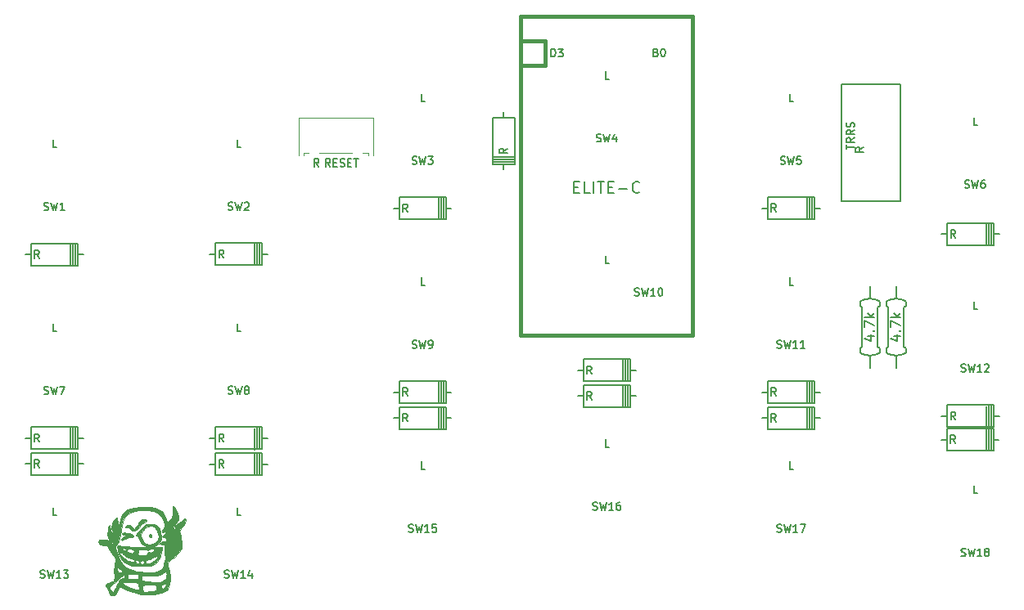
<source format=gbr>
G04 #@! TF.GenerationSoftware,KiCad,Pcbnew,(5.1.0)-1*
G04 #@! TF.CreationDate,2020-09-29T23:23:54+10:00*
G04 #@! TF.ProjectId,oddball,6f646462-616c-46c2-9e6b-696361645f70,rev?*
G04 #@! TF.SameCoordinates,Original*
G04 #@! TF.FileFunction,Legend,Top*
G04 #@! TF.FilePolarity,Positive*
%FSLAX46Y46*%
G04 Gerber Fmt 4.6, Leading zero omitted, Abs format (unit mm)*
G04 Created by KiCad (PCBNEW (5.1.0)-1) date 2020-09-29 23:23:54*
%MOMM*%
%LPD*%
G04 APERTURE LIST*
%ADD10C,0.150000*%
%ADD11C,0.120000*%
%ADD12C,0.381000*%
%ADD13C,0.203200*%
%ADD14C,0.010000*%
%ADD15C,0.200000*%
G04 APERTURE END LIST*
D10*
X167600000Y-84100000D02*
X167600000Y-82900000D01*
X167600000Y-91300000D02*
X167600000Y-90100000D01*
X166600000Y-89300000D02*
X166800000Y-89100000D01*
X166600000Y-89700000D02*
X166600000Y-89300000D01*
X166800000Y-89900000D02*
X166600000Y-89700000D01*
X167600000Y-90100000D02*
X166800000Y-89900000D01*
X168400000Y-89900000D02*
X167600000Y-90100000D01*
X168600000Y-89700000D02*
X168400000Y-89900000D01*
X168600000Y-89300000D02*
X168600000Y-89700000D01*
X168400000Y-89100000D02*
X168600000Y-89300000D01*
X168400000Y-85100000D02*
X168400000Y-89100000D01*
X168600000Y-84900000D02*
X168400000Y-85100000D01*
X168600000Y-84500000D02*
X168600000Y-84900000D01*
X168400000Y-84300000D02*
X168600000Y-84500000D01*
X167600000Y-84100000D02*
X168400000Y-84300000D01*
X166800000Y-84300000D02*
X167600000Y-84100000D01*
X166600000Y-84500000D02*
X166800000Y-84300000D01*
X166600000Y-84900000D02*
X166600000Y-84500000D01*
X166800000Y-85100000D02*
X166600000Y-84900000D01*
X166800000Y-89100000D02*
X166800000Y-85100000D01*
X164900000Y-90100000D02*
X164900000Y-91300000D01*
X164900000Y-82900000D02*
X164900000Y-84100000D01*
X165900000Y-84900000D02*
X165700000Y-85100000D01*
X165900000Y-84500000D02*
X165900000Y-84900000D01*
X165700000Y-84300000D02*
X165900000Y-84500000D01*
X164900000Y-84100000D02*
X165700000Y-84300000D01*
X164100000Y-84300000D02*
X164900000Y-84100000D01*
X163900000Y-84500000D02*
X164100000Y-84300000D01*
X163900000Y-84900000D02*
X163900000Y-84500000D01*
X164100000Y-85100000D02*
X163900000Y-84900000D01*
X164100000Y-89100000D02*
X164100000Y-85100000D01*
X163900000Y-89300000D02*
X164100000Y-89100000D01*
X163900000Y-89700000D02*
X163900000Y-89300000D01*
X164100000Y-89900000D02*
X163900000Y-89700000D01*
X164900000Y-90100000D02*
X164100000Y-89900000D01*
X165700000Y-89900000D02*
X164900000Y-90100000D01*
X165900000Y-89700000D02*
X165700000Y-89900000D01*
X165900000Y-89300000D02*
X165900000Y-89700000D01*
X165700000Y-89100000D02*
X165900000Y-89300000D01*
X165700000Y-85100000D02*
X165700000Y-89100000D01*
D11*
X112973903Y-69071653D02*
X112973903Y-69301653D01*
X113493903Y-65401653D02*
X105773903Y-65401653D01*
X105773903Y-65401653D02*
X105773903Y-69301653D01*
X113493903Y-65401653D02*
X113493903Y-69301653D01*
X106293903Y-69071653D02*
X106293903Y-69301653D01*
X106833903Y-69071653D02*
X106293903Y-69071653D01*
X112973903Y-69071653D02*
X112433903Y-69071653D01*
X111333903Y-69071653D02*
X107933903Y-69071653D01*
D12*
X128740000Y-57440000D02*
X128740000Y-87920000D01*
X128740000Y-87920000D02*
X146520000Y-87920000D01*
X146520000Y-87920000D02*
X146520000Y-57440000D01*
X131280000Y-57440000D02*
X131280000Y-59980000D01*
X131280000Y-59980000D02*
X128740000Y-59980000D01*
X146520000Y-57440000D02*
X146520000Y-54900000D01*
X146520000Y-54900000D02*
X128740000Y-54900000D01*
X128740000Y-54900000D02*
X128740000Y-57440000D01*
X131280000Y-57440000D02*
X128740000Y-57440000D01*
D13*
X177683000Y-77470000D02*
X178254500Y-77470000D01*
X172857000Y-77470000D02*
X172285500Y-77470000D01*
X172857000Y-78613000D02*
X177683000Y-78613000D01*
X177683000Y-76327000D02*
X172857000Y-76327000D01*
X177683000Y-78613000D02*
X177683000Y-76327000D01*
X172857000Y-76327000D02*
X172857000Y-78613000D01*
D10*
X177170000Y-78570000D02*
X177170000Y-76370000D01*
X176920000Y-76420000D02*
X176920000Y-78620000D01*
X177420000Y-78570000D02*
X177420000Y-76370000D01*
D13*
X140083000Y-91570000D02*
X140654500Y-91570000D01*
X135257000Y-91570000D02*
X134685500Y-91570000D01*
X135257000Y-92713000D02*
X140083000Y-92713000D01*
X140083000Y-90427000D02*
X135257000Y-90427000D01*
X140083000Y-92713000D02*
X140083000Y-90427000D01*
X135257000Y-90427000D02*
X135257000Y-92713000D01*
D10*
X139570000Y-92670000D02*
X139570000Y-90470000D01*
X139320000Y-90520000D02*
X139320000Y-92720000D01*
X139820000Y-92670000D02*
X139820000Y-90470000D01*
D13*
X159133000Y-93840000D02*
X159704500Y-93840000D01*
X154307000Y-93840000D02*
X153735500Y-93840000D01*
X154307000Y-94983000D02*
X159133000Y-94983000D01*
X159133000Y-92697000D02*
X154307000Y-92697000D01*
X159133000Y-94983000D02*
X159133000Y-92697000D01*
X154307000Y-92697000D02*
X154307000Y-94983000D01*
D10*
X158620000Y-94940000D02*
X158620000Y-92740000D01*
X158370000Y-92790000D02*
X158370000Y-94990000D01*
X158870000Y-94940000D02*
X158870000Y-92740000D01*
D13*
X177683000Y-96320000D02*
X178254500Y-96320000D01*
X172857000Y-96320000D02*
X172285500Y-96320000D01*
X172857000Y-97463000D02*
X177683000Y-97463000D01*
X177683000Y-95177000D02*
X172857000Y-95177000D01*
X177683000Y-97463000D02*
X177683000Y-95177000D01*
X172857000Y-95177000D02*
X172857000Y-97463000D01*
D10*
X177170000Y-97420000D02*
X177170000Y-95220000D01*
X176920000Y-95270000D02*
X176920000Y-97470000D01*
X177420000Y-97420000D02*
X177420000Y-95220000D01*
D13*
X121023000Y-93830000D02*
X121594500Y-93830000D01*
X116197000Y-93830000D02*
X115625500Y-93830000D01*
X116197000Y-94973000D02*
X121023000Y-94973000D01*
X121023000Y-92687000D02*
X116197000Y-92687000D01*
X121023000Y-94973000D02*
X121023000Y-92687000D01*
X116197000Y-92687000D02*
X116197000Y-94973000D01*
D10*
X120510000Y-94930000D02*
X120510000Y-92730000D01*
X120260000Y-92780000D02*
X120260000Y-94980000D01*
X120760000Y-94930000D02*
X120760000Y-92730000D01*
D13*
X121023000Y-74800000D02*
X121594500Y-74800000D01*
X116197000Y-74800000D02*
X115625500Y-74800000D01*
X116197000Y-75943000D02*
X121023000Y-75943000D01*
X121023000Y-73657000D02*
X116197000Y-73657000D01*
X121023000Y-75943000D02*
X121023000Y-73657000D01*
X116197000Y-73657000D02*
X116197000Y-75943000D01*
D10*
X120510000Y-75900000D02*
X120510000Y-73700000D01*
X120260000Y-73750000D02*
X120260000Y-75950000D01*
X120760000Y-75900000D02*
X120760000Y-73700000D01*
D13*
X82933000Y-98600000D02*
X83504500Y-98600000D01*
X78107000Y-98600000D02*
X77535500Y-98600000D01*
X78107000Y-99743000D02*
X82933000Y-99743000D01*
X82933000Y-97457000D02*
X78107000Y-97457000D01*
X82933000Y-99743000D02*
X82933000Y-97457000D01*
X78107000Y-97457000D02*
X78107000Y-99743000D01*
D10*
X82420000Y-99700000D02*
X82420000Y-97500000D01*
X82170000Y-97550000D02*
X82170000Y-99750000D01*
X82670000Y-99700000D02*
X82670000Y-97500000D01*
D13*
X102003000Y-98610000D02*
X102574500Y-98610000D01*
X97177000Y-98610000D02*
X96605500Y-98610000D01*
X97177000Y-99753000D02*
X102003000Y-99753000D01*
X102003000Y-97467000D02*
X97177000Y-97467000D01*
X102003000Y-99753000D02*
X102003000Y-97467000D01*
X97177000Y-97467000D02*
X97177000Y-99753000D01*
D10*
X101490000Y-99710000D02*
X101490000Y-97510000D01*
X101240000Y-97560000D02*
X101240000Y-99760000D01*
X101740000Y-99710000D02*
X101740000Y-97510000D01*
D13*
X82933000Y-79590000D02*
X83504500Y-79590000D01*
X78107000Y-79590000D02*
X77535500Y-79590000D01*
X78107000Y-80733000D02*
X82933000Y-80733000D01*
X82933000Y-78447000D02*
X78107000Y-78447000D01*
X82933000Y-80733000D02*
X82933000Y-78447000D01*
X78107000Y-78447000D02*
X78107000Y-80733000D01*
D10*
X82420000Y-80690000D02*
X82420000Y-78490000D01*
X82170000Y-78540000D02*
X82170000Y-80740000D01*
X82670000Y-80690000D02*
X82670000Y-78490000D01*
D13*
X159133000Y-74790000D02*
X159704500Y-74790000D01*
X154307000Y-74790000D02*
X153735500Y-74790000D01*
X154307000Y-75933000D02*
X159133000Y-75933000D01*
X159133000Y-73647000D02*
X154307000Y-73647000D01*
X159133000Y-75933000D02*
X159133000Y-73647000D01*
X154307000Y-73647000D02*
X154307000Y-75933000D01*
D10*
X158620000Y-75890000D02*
X158620000Y-73690000D01*
X158370000Y-73740000D02*
X158370000Y-75940000D01*
X158870000Y-75890000D02*
X158870000Y-73690000D01*
X168016000Y-61976000D02*
X168016000Y-74076000D01*
X168016000Y-61976000D02*
X161916000Y-61976000D01*
X161916000Y-61976000D02*
X161916000Y-74076000D01*
X168016000Y-74076000D02*
X161916000Y-74076000D01*
D13*
X127000000Y-70223000D02*
X127000000Y-70794500D01*
X127000000Y-65397000D02*
X127000000Y-64825500D01*
X125857000Y-65397000D02*
X125857000Y-70223000D01*
X128143000Y-70223000D02*
X128143000Y-65397000D01*
X125857000Y-70223000D02*
X128143000Y-70223000D01*
X128143000Y-65397000D02*
X125857000Y-65397000D01*
D10*
X125900000Y-69710000D02*
X128100000Y-69710000D01*
X128050000Y-69460000D02*
X125850000Y-69460000D01*
X125900000Y-69960000D02*
X128100000Y-69960000D01*
D13*
X102003000Y-79550000D02*
X102574500Y-79550000D01*
X97177000Y-79550000D02*
X96605500Y-79550000D01*
X97177000Y-80693000D02*
X102003000Y-80693000D01*
X102003000Y-78407000D02*
X97177000Y-78407000D01*
X102003000Y-80693000D02*
X102003000Y-78407000D01*
X97177000Y-78407000D02*
X97177000Y-80693000D01*
D10*
X101490000Y-80650000D02*
X101490000Y-78450000D01*
X101240000Y-78500000D02*
X101240000Y-80700000D01*
X101740000Y-80650000D02*
X101740000Y-78450000D01*
D13*
X102003000Y-101280000D02*
X102574500Y-101280000D01*
X97177000Y-101280000D02*
X96605500Y-101280000D01*
X97177000Y-102423000D02*
X102003000Y-102423000D01*
X102003000Y-100137000D02*
X97177000Y-100137000D01*
X102003000Y-102423000D02*
X102003000Y-100137000D01*
X97177000Y-100137000D02*
X97177000Y-102423000D01*
D10*
X101490000Y-102380000D02*
X101490000Y-100180000D01*
X101240000Y-100230000D02*
X101240000Y-102430000D01*
X101740000Y-102380000D02*
X101740000Y-100180000D01*
D13*
X82933000Y-101270000D02*
X83504500Y-101270000D01*
X78107000Y-101270000D02*
X77535500Y-101270000D01*
X78107000Y-102413000D02*
X82933000Y-102413000D01*
X82933000Y-100127000D02*
X78107000Y-100127000D01*
X82933000Y-102413000D02*
X82933000Y-100127000D01*
X78107000Y-100127000D02*
X78107000Y-102413000D01*
D10*
X82420000Y-102370000D02*
X82420000Y-100170000D01*
X82170000Y-100220000D02*
X82170000Y-102420000D01*
X82670000Y-102370000D02*
X82670000Y-100170000D01*
D13*
X121023000Y-96510000D02*
X121594500Y-96510000D01*
X116197000Y-96510000D02*
X115625500Y-96510000D01*
X116197000Y-97653000D02*
X121023000Y-97653000D01*
X121023000Y-95367000D02*
X116197000Y-95367000D01*
X121023000Y-97653000D02*
X121023000Y-95367000D01*
X116197000Y-95367000D02*
X116197000Y-97653000D01*
D10*
X120510000Y-97610000D02*
X120510000Y-95410000D01*
X120260000Y-95460000D02*
X120260000Y-97660000D01*
X120760000Y-97610000D02*
X120760000Y-95410000D01*
D13*
X140083000Y-94230000D02*
X140654500Y-94230000D01*
X135257000Y-94230000D02*
X134685500Y-94230000D01*
X135257000Y-95373000D02*
X140083000Y-95373000D01*
X140083000Y-93087000D02*
X135257000Y-93087000D01*
X140083000Y-95373000D02*
X140083000Y-93087000D01*
X135257000Y-93087000D02*
X135257000Y-95373000D01*
D10*
X139570000Y-95330000D02*
X139570000Y-93130000D01*
X139320000Y-93180000D02*
X139320000Y-95380000D01*
X139820000Y-95330000D02*
X139820000Y-93130000D01*
D13*
X159133000Y-96520000D02*
X159704500Y-96520000D01*
X154307000Y-96520000D02*
X153735500Y-96520000D01*
X154307000Y-97663000D02*
X159133000Y-97663000D01*
X159133000Y-95377000D02*
X154307000Y-95377000D01*
X159133000Y-97663000D02*
X159133000Y-95377000D01*
X154307000Y-95377000D02*
X154307000Y-97663000D01*
D10*
X158620000Y-97620000D02*
X158620000Y-95420000D01*
X158370000Y-95470000D02*
X158370000Y-97670000D01*
X158870000Y-97620000D02*
X158870000Y-95420000D01*
D13*
X177663000Y-98750000D02*
X178234500Y-98750000D01*
X172837000Y-98750000D02*
X172265500Y-98750000D01*
X172837000Y-99893000D02*
X177663000Y-99893000D01*
X177663000Y-97607000D02*
X172837000Y-97607000D01*
X177663000Y-99893000D02*
X177663000Y-97607000D01*
X172837000Y-97607000D02*
X172837000Y-99893000D01*
D10*
X177150000Y-99850000D02*
X177150000Y-97650000D01*
X176900000Y-97700000D02*
X176900000Y-99900000D01*
X177400000Y-99850000D02*
X177400000Y-97650000D01*
D14*
G36*
X90572749Y-108611722D02*
G01*
X90584572Y-108694768D01*
X90532778Y-108815471D01*
X90420210Y-108857726D01*
X90311088Y-108807550D01*
X90283492Y-108760325D01*
X90291951Y-108624133D01*
X90338140Y-108574713D01*
X90487008Y-108531305D01*
X90572749Y-108611722D01*
X90572749Y-108611722D01*
G37*
X90572749Y-108611722D02*
X90584572Y-108694768D01*
X90532778Y-108815471D01*
X90420210Y-108857726D01*
X90311088Y-108807550D01*
X90283492Y-108760325D01*
X90291951Y-108624133D01*
X90338140Y-108574713D01*
X90487008Y-108531305D01*
X90572749Y-108611722D01*
G36*
X89994666Y-107009863D02*
G01*
X90035316Y-107086826D01*
X89940929Y-107215520D01*
X89711377Y-107396292D01*
X89651251Y-107437374D01*
X89443867Y-107606434D01*
X89270341Y-107797328D01*
X89235032Y-107849156D01*
X89116966Y-107991633D01*
X88994230Y-108068552D01*
X88903707Y-108064397D01*
X88879143Y-107998844D01*
X88921248Y-107880146D01*
X89029795Y-107690939D01*
X89178129Y-107472071D01*
X89339599Y-107264388D01*
X89410945Y-107183857D01*
X89646759Y-107016514D01*
X89819106Y-106984286D01*
X89994666Y-107009863D01*
X89994666Y-107009863D01*
G37*
X89994666Y-107009863D02*
X90035316Y-107086826D01*
X89940929Y-107215520D01*
X89711377Y-107396292D01*
X89651251Y-107437374D01*
X89443867Y-107606434D01*
X89270341Y-107797328D01*
X89235032Y-107849156D01*
X89116966Y-107991633D01*
X88994230Y-108068552D01*
X88903707Y-108064397D01*
X88879143Y-107998844D01*
X88921248Y-107880146D01*
X89029795Y-107690939D01*
X89178129Y-107472071D01*
X89339599Y-107264388D01*
X89410945Y-107183857D01*
X89646759Y-107016514D01*
X89819106Y-106984286D01*
X89994666Y-107009863D01*
G36*
X88341001Y-107602472D02*
G01*
X88564953Y-107765470D01*
X88643286Y-107851570D01*
X88777982Y-108021239D01*
X88863363Y-108143059D01*
X88879143Y-108176834D01*
X88819940Y-108212050D01*
X88668060Y-108188968D01*
X88539173Y-108144922D01*
X88377451Y-108029697D01*
X88296892Y-107924576D01*
X88179278Y-107806198D01*
X88038148Y-107801562D01*
X87893333Y-107806870D01*
X87876546Y-107744203D01*
X87950229Y-107651943D01*
X88129247Y-107562658D01*
X88341001Y-107602472D01*
X88341001Y-107602472D01*
G37*
X88341001Y-107602472D02*
X88564953Y-107765470D01*
X88643286Y-107851570D01*
X88777982Y-108021239D01*
X88863363Y-108143059D01*
X88879143Y-108176834D01*
X88819940Y-108212050D01*
X88668060Y-108188968D01*
X88539173Y-108144922D01*
X88377451Y-108029697D01*
X88296892Y-107924576D01*
X88179278Y-107806198D01*
X88038148Y-107801562D01*
X87893333Y-107806870D01*
X87876546Y-107744203D01*
X87950229Y-107651943D01*
X88129247Y-107562658D01*
X88341001Y-107602472D01*
G36*
X88024018Y-108392292D02*
G01*
X88264241Y-108443777D01*
X88537901Y-108540040D01*
X88685605Y-108647997D01*
X88705963Y-108750348D01*
X88597583Y-108829791D01*
X88359072Y-108869026D01*
X88298572Y-108870510D01*
X88055864Y-108913792D01*
X87827746Y-109015699D01*
X87826857Y-109016286D01*
X87646078Y-109126146D01*
X87541717Y-109153845D01*
X87475927Y-109106713D01*
X87462747Y-109086830D01*
X87476528Y-108990447D01*
X87584505Y-108875857D01*
X87744856Y-108775497D01*
X87915756Y-108721807D01*
X87935714Y-108719996D01*
X88047139Y-108708173D01*
X88020020Y-108689512D01*
X87972000Y-108678471D01*
X87776776Y-108637045D01*
X87663572Y-108612935D01*
X87536008Y-108545137D01*
X87500286Y-108470618D01*
X87564733Y-108390701D01*
X87745564Y-108364373D01*
X88024018Y-108392292D01*
X88024018Y-108392292D01*
G37*
X88024018Y-108392292D02*
X88264241Y-108443777D01*
X88537901Y-108540040D01*
X88685605Y-108647997D01*
X88705963Y-108750348D01*
X88597583Y-108829791D01*
X88359072Y-108869026D01*
X88298572Y-108870510D01*
X88055864Y-108913792D01*
X87827746Y-109015699D01*
X87826857Y-109016286D01*
X87646078Y-109126146D01*
X87541717Y-109153845D01*
X87475927Y-109106713D01*
X87462747Y-109086830D01*
X87476528Y-108990447D01*
X87584505Y-108875857D01*
X87744856Y-108775497D01*
X87915756Y-108721807D01*
X87935714Y-108719996D01*
X88047139Y-108708173D01*
X88020020Y-108689512D01*
X87972000Y-108678471D01*
X87776776Y-108637045D01*
X87663572Y-108612935D01*
X87536008Y-108545137D01*
X87500286Y-108470618D01*
X87564733Y-108390701D01*
X87745564Y-108364373D01*
X88024018Y-108392292D01*
G36*
X90818963Y-107510991D02*
G01*
X91148846Y-107672983D01*
X91384756Y-107943990D01*
X91523956Y-108320997D01*
X91564286Y-108744951D01*
X91554973Y-109027837D01*
X91518278Y-109217325D01*
X91441068Y-109364460D01*
X91387156Y-109433371D01*
X91139105Y-109628248D01*
X90806154Y-109757265D01*
X90436229Y-109813072D01*
X90077256Y-109788319D01*
X89783180Y-109679369D01*
X89486961Y-109416150D01*
X89294823Y-109059476D01*
X89281017Y-109016286D01*
X89179802Y-108827144D01*
X89075920Y-108715725D01*
X89006437Y-108653679D01*
X89002012Y-108640259D01*
X89470857Y-108640259D01*
X89493380Y-108782686D01*
X89563306Y-108976312D01*
X89753292Y-109299467D01*
X90020742Y-109508260D01*
X90344723Y-109595028D01*
X90704303Y-109552106D01*
X90911060Y-109469745D01*
X91154589Y-109299746D01*
X91284019Y-109077652D01*
X91308361Y-108780196D01*
X91272394Y-108536836D01*
X91142399Y-108137042D01*
X90945959Y-107858385D01*
X90687743Y-107705971D01*
X90486254Y-107677013D01*
X90160389Y-107736999D01*
X89883520Y-107922418D01*
X89644193Y-108241459D01*
X89609386Y-108304024D01*
X89508008Y-108502842D01*
X89470857Y-108640259D01*
X89002012Y-108640259D01*
X88986021Y-108591772D01*
X89026922Y-108502962D01*
X89141394Y-108360208D01*
X89335037Y-108143816D01*
X89604711Y-107854712D01*
X89812656Y-107660508D01*
X89987706Y-107542679D01*
X90158693Y-107482701D01*
X90354453Y-107462051D01*
X90397849Y-107461029D01*
X90818963Y-107510991D01*
X90818963Y-107510991D01*
G37*
X90818963Y-107510991D02*
X91148846Y-107672983D01*
X91384756Y-107943990D01*
X91523956Y-108320997D01*
X91564286Y-108744951D01*
X91554973Y-109027837D01*
X91518278Y-109217325D01*
X91441068Y-109364460D01*
X91387156Y-109433371D01*
X91139105Y-109628248D01*
X90806154Y-109757265D01*
X90436229Y-109813072D01*
X90077256Y-109788319D01*
X89783180Y-109679369D01*
X89486961Y-109416150D01*
X89294823Y-109059476D01*
X89281017Y-109016286D01*
X89179802Y-108827144D01*
X89075920Y-108715725D01*
X89006437Y-108653679D01*
X89002012Y-108640259D01*
X89470857Y-108640259D01*
X89493380Y-108782686D01*
X89563306Y-108976312D01*
X89753292Y-109299467D01*
X90020742Y-109508260D01*
X90344723Y-109595028D01*
X90704303Y-109552106D01*
X90911060Y-109469745D01*
X91154589Y-109299746D01*
X91284019Y-109077652D01*
X91308361Y-108780196D01*
X91272394Y-108536836D01*
X91142399Y-108137042D01*
X90945959Y-107858385D01*
X90687743Y-107705971D01*
X90486254Y-107677013D01*
X90160389Y-107736999D01*
X89883520Y-107922418D01*
X89644193Y-108241459D01*
X89609386Y-108304024D01*
X89508008Y-108502842D01*
X89470857Y-108640259D01*
X89002012Y-108640259D01*
X88986021Y-108591772D01*
X89026922Y-108502962D01*
X89141394Y-108360208D01*
X89335037Y-108143816D01*
X89604711Y-107854712D01*
X89812656Y-107660508D01*
X89987706Y-107542679D01*
X90158693Y-107482701D01*
X90354453Y-107462051D01*
X90397849Y-107461029D01*
X90818963Y-107510991D01*
G36*
X87482567Y-109745205D02*
G01*
X87633208Y-109780006D01*
X87842375Y-109807055D01*
X88126646Y-109827147D01*
X88502597Y-109841077D01*
X88986805Y-109849639D01*
X89595847Y-109853630D01*
X89750000Y-109853977D01*
X91673143Y-109857096D01*
X91663813Y-110077233D01*
X91613343Y-110420971D01*
X91502425Y-110792200D01*
X91352318Y-111132419D01*
X91192665Y-111373751D01*
X90984788Y-111560411D01*
X90723511Y-111694712D01*
X90386701Y-111782396D01*
X89952221Y-111829205D01*
X89397937Y-111840881D01*
X89392114Y-111840842D01*
X89034743Y-111832022D01*
X88710975Y-111812519D01*
X88460127Y-111785375D01*
X88334857Y-111759010D01*
X87916948Y-111537392D01*
X87567793Y-111192158D01*
X87293209Y-110730478D01*
X87219545Y-110525558D01*
X87282572Y-110525558D01*
X87339575Y-110634368D01*
X87488630Y-110790092D01*
X87696808Y-110965848D01*
X87931180Y-111134754D01*
X88158814Y-111269927D01*
X88242863Y-111309488D01*
X88529644Y-111404058D01*
X88713596Y-111400076D01*
X88773526Y-111327704D01*
X88879143Y-111327704D01*
X88926708Y-111470026D01*
X89081926Y-111539483D01*
X89192619Y-111550557D01*
X89291505Y-111515330D01*
X89300983Y-111399048D01*
X89387143Y-111399048D01*
X89421885Y-111555859D01*
X89546469Y-111621758D01*
X89653238Y-111628857D01*
X89783039Y-111595722D01*
X89822218Y-111470116D01*
X89822572Y-111447429D01*
X89822049Y-111444534D01*
X89913931Y-111444534D01*
X89927125Y-111476750D01*
X90036793Y-111537253D01*
X90220802Y-111553788D01*
X90415810Y-111528318D01*
X90558472Y-111462806D01*
X90564630Y-111457003D01*
X90717793Y-111351310D01*
X90814243Y-111310008D01*
X90979050Y-111221824D01*
X91112377Y-111092361D01*
X91176751Y-110964236D01*
X91167969Y-110907716D01*
X91048836Y-110835050D01*
X90873257Y-110866513D01*
X90680419Y-110993857D01*
X90486884Y-111117985D01*
X90288822Y-111179861D01*
X90087305Y-111234495D01*
X89950972Y-111332053D01*
X89913931Y-111444534D01*
X89822049Y-111444534D01*
X89799140Y-111317767D01*
X89699533Y-111270333D01*
X89604857Y-111266000D01*
X89442891Y-111290802D01*
X89388071Y-111378007D01*
X89387143Y-111399048D01*
X89300983Y-111399048D01*
X89301476Y-111393000D01*
X89234323Y-111268503D01*
X89109524Y-111201166D01*
X88977966Y-111198856D01*
X88890534Y-111269442D01*
X88879143Y-111327704D01*
X88773526Y-111327704D01*
X88799023Y-111296915D01*
X88806572Y-111227207D01*
X88741119Y-111156837D01*
X88572568Y-111096430D01*
X88501293Y-111082039D01*
X88099280Y-110941835D01*
X87701300Y-110658840D01*
X87632281Y-110594715D01*
X87589014Y-110565482D01*
X89175588Y-110565482D01*
X89236181Y-110690463D01*
X89390395Y-110746384D01*
X89624351Y-110758000D01*
X89859284Y-110742531D01*
X90039094Y-110702927D01*
X90098343Y-110670914D01*
X90174542Y-110525815D01*
X90185429Y-110450647D01*
X90205869Y-110360738D01*
X90293019Y-110376093D01*
X90333313Y-110396610D01*
X90509711Y-110437076D01*
X90676965Y-110395405D01*
X90795544Y-110296393D01*
X90825922Y-110164839D01*
X90801192Y-110103087D01*
X90709249Y-110071670D01*
X90540055Y-110079368D01*
X90353033Y-110116442D01*
X90207605Y-110173152D01*
X90168397Y-110206794D01*
X90121909Y-110238985D01*
X90113969Y-110192109D01*
X90069826Y-110138876D01*
X89924867Y-110115840D01*
X89659286Y-110119537D01*
X89411285Y-110135065D01*
X89273091Y-110162871D01*
X89209438Y-110219757D01*
X89185059Y-110322524D01*
X89182160Y-110346845D01*
X89175588Y-110565482D01*
X87589014Y-110565482D01*
X87494512Y-110501634D01*
X87362661Y-110467629D01*
X87286902Y-110502622D01*
X87282572Y-110525558D01*
X87219545Y-110525558D01*
X87128057Y-110271061D01*
X87122298Y-110247178D01*
X88021767Y-110247178D01*
X88033327Y-110283151D01*
X88150999Y-110419622D01*
X88343361Y-110504359D01*
X88550627Y-110522543D01*
X88713014Y-110459361D01*
X88719486Y-110453200D01*
X88814595Y-110301904D01*
X88770497Y-110182938D01*
X88590515Y-110101223D01*
X88466015Y-110077907D01*
X88191358Y-110065579D01*
X88043695Y-110121803D01*
X88021767Y-110247178D01*
X87122298Y-110247178D01*
X87076552Y-110057477D01*
X87572857Y-110057477D01*
X87625370Y-110176431D01*
X87663572Y-110201938D01*
X87840460Y-110242161D01*
X87921712Y-110187338D01*
X87922152Y-110123000D01*
X87854315Y-110023440D01*
X87735064Y-109972443D01*
X87622038Y-109980820D01*
X87572857Y-110057477D01*
X87076552Y-110057477D01*
X87054232Y-109964920D01*
X87045736Y-109776964D01*
X87113652Y-109690754D01*
X87269063Y-109689851D01*
X87482567Y-109745205D01*
X87482567Y-109745205D01*
G37*
X87482567Y-109745205D02*
X87633208Y-109780006D01*
X87842375Y-109807055D01*
X88126646Y-109827147D01*
X88502597Y-109841077D01*
X88986805Y-109849639D01*
X89595847Y-109853630D01*
X89750000Y-109853977D01*
X91673143Y-109857096D01*
X91663813Y-110077233D01*
X91613343Y-110420971D01*
X91502425Y-110792200D01*
X91352318Y-111132419D01*
X91192665Y-111373751D01*
X90984788Y-111560411D01*
X90723511Y-111694712D01*
X90386701Y-111782396D01*
X89952221Y-111829205D01*
X89397937Y-111840881D01*
X89392114Y-111840842D01*
X89034743Y-111832022D01*
X88710975Y-111812519D01*
X88460127Y-111785375D01*
X88334857Y-111759010D01*
X87916948Y-111537392D01*
X87567793Y-111192158D01*
X87293209Y-110730478D01*
X87219545Y-110525558D01*
X87282572Y-110525558D01*
X87339575Y-110634368D01*
X87488630Y-110790092D01*
X87696808Y-110965848D01*
X87931180Y-111134754D01*
X88158814Y-111269927D01*
X88242863Y-111309488D01*
X88529644Y-111404058D01*
X88713596Y-111400076D01*
X88773526Y-111327704D01*
X88879143Y-111327704D01*
X88926708Y-111470026D01*
X89081926Y-111539483D01*
X89192619Y-111550557D01*
X89291505Y-111515330D01*
X89300983Y-111399048D01*
X89387143Y-111399048D01*
X89421885Y-111555859D01*
X89546469Y-111621758D01*
X89653238Y-111628857D01*
X89783039Y-111595722D01*
X89822218Y-111470116D01*
X89822572Y-111447429D01*
X89822049Y-111444534D01*
X89913931Y-111444534D01*
X89927125Y-111476750D01*
X90036793Y-111537253D01*
X90220802Y-111553788D01*
X90415810Y-111528318D01*
X90558472Y-111462806D01*
X90564630Y-111457003D01*
X90717793Y-111351310D01*
X90814243Y-111310008D01*
X90979050Y-111221824D01*
X91112377Y-111092361D01*
X91176751Y-110964236D01*
X91167969Y-110907716D01*
X91048836Y-110835050D01*
X90873257Y-110866513D01*
X90680419Y-110993857D01*
X90486884Y-111117985D01*
X90288822Y-111179861D01*
X90087305Y-111234495D01*
X89950972Y-111332053D01*
X89913931Y-111444534D01*
X89822049Y-111444534D01*
X89799140Y-111317767D01*
X89699533Y-111270333D01*
X89604857Y-111266000D01*
X89442891Y-111290802D01*
X89388071Y-111378007D01*
X89387143Y-111399048D01*
X89300983Y-111399048D01*
X89301476Y-111393000D01*
X89234323Y-111268503D01*
X89109524Y-111201166D01*
X88977966Y-111198856D01*
X88890534Y-111269442D01*
X88879143Y-111327704D01*
X88773526Y-111327704D01*
X88799023Y-111296915D01*
X88806572Y-111227207D01*
X88741119Y-111156837D01*
X88572568Y-111096430D01*
X88501293Y-111082039D01*
X88099280Y-110941835D01*
X87701300Y-110658840D01*
X87632281Y-110594715D01*
X87589014Y-110565482D01*
X89175588Y-110565482D01*
X89236181Y-110690463D01*
X89390395Y-110746384D01*
X89624351Y-110758000D01*
X89859284Y-110742531D01*
X90039094Y-110702927D01*
X90098343Y-110670914D01*
X90174542Y-110525815D01*
X90185429Y-110450647D01*
X90205869Y-110360738D01*
X90293019Y-110376093D01*
X90333313Y-110396610D01*
X90509711Y-110437076D01*
X90676965Y-110395405D01*
X90795544Y-110296393D01*
X90825922Y-110164839D01*
X90801192Y-110103087D01*
X90709249Y-110071670D01*
X90540055Y-110079368D01*
X90353033Y-110116442D01*
X90207605Y-110173152D01*
X90168397Y-110206794D01*
X90121909Y-110238985D01*
X90113969Y-110192109D01*
X90069826Y-110138876D01*
X89924867Y-110115840D01*
X89659286Y-110119537D01*
X89411285Y-110135065D01*
X89273091Y-110162871D01*
X89209438Y-110219757D01*
X89185059Y-110322524D01*
X89182160Y-110346845D01*
X89175588Y-110565482D01*
X87589014Y-110565482D01*
X87494512Y-110501634D01*
X87362661Y-110467629D01*
X87286902Y-110502622D01*
X87282572Y-110525558D01*
X87219545Y-110525558D01*
X87128057Y-110271061D01*
X87122298Y-110247178D01*
X88021767Y-110247178D01*
X88033327Y-110283151D01*
X88150999Y-110419622D01*
X88343361Y-110504359D01*
X88550627Y-110522543D01*
X88713014Y-110459361D01*
X88719486Y-110453200D01*
X88814595Y-110301904D01*
X88770497Y-110182938D01*
X88590515Y-110101223D01*
X88466015Y-110077907D01*
X88191358Y-110065579D01*
X88043695Y-110121803D01*
X88021767Y-110247178D01*
X87122298Y-110247178D01*
X87076552Y-110057477D01*
X87572857Y-110057477D01*
X87625370Y-110176431D01*
X87663572Y-110201938D01*
X87840460Y-110242161D01*
X87921712Y-110187338D01*
X87922152Y-110123000D01*
X87854315Y-110023440D01*
X87735064Y-109972443D01*
X87622038Y-109980820D01*
X87572857Y-110057477D01*
X87076552Y-110057477D01*
X87054232Y-109964920D01*
X87045736Y-109776964D01*
X87113652Y-109690754D01*
X87269063Y-109689851D01*
X87482567Y-109745205D01*
G36*
X92907482Y-105742869D02*
G01*
X93045613Y-105914214D01*
X93178451Y-106157144D01*
X93286904Y-106436769D01*
X93351736Y-106717133D01*
X93367230Y-106923270D01*
X93328883Y-107074480D01*
X93214616Y-107237202D01*
X93156433Y-107304809D01*
X93008474Y-107499035D01*
X92931304Y-107690250D01*
X92898490Y-107947843D01*
X92896200Y-107987997D01*
X92887707Y-108203869D01*
X92894229Y-108287414D01*
X92918644Y-108250938D01*
X92941501Y-108181714D01*
X93003932Y-107958894D01*
X93046062Y-107782572D01*
X93143787Y-107612323D01*
X93354102Y-107432768D01*
X93400357Y-107402629D01*
X93613970Y-107256324D01*
X93793190Y-107112571D01*
X93849329Y-107057915D01*
X93990236Y-106933271D01*
X94073020Y-106940125D01*
X94103571Y-107079713D01*
X94104015Y-107111286D01*
X94043692Y-107372356D01*
X93876280Y-107669778D01*
X93633887Y-107956087D01*
X93495677Y-108141732D01*
X93488180Y-108275656D01*
X93541250Y-108459715D01*
X93595812Y-108734580D01*
X93646473Y-109058856D01*
X93687841Y-109391146D01*
X93714525Y-109690054D01*
X93721132Y-109914182D01*
X93712565Y-109998330D01*
X93629254Y-110159768D01*
X93460255Y-110376452D01*
X93236620Y-110617382D01*
X92989398Y-110851553D01*
X92749638Y-111047962D01*
X92548390Y-111175607D01*
X92521303Y-111187800D01*
X92338360Y-111332021D01*
X92267303Y-111567277D01*
X92307965Y-111894375D01*
X92347657Y-112028000D01*
X92435484Y-112393430D01*
X92480741Y-112806211D01*
X92485210Y-113230557D01*
X92450669Y-113630683D01*
X92378897Y-113970803D01*
X92271674Y-114215131D01*
X92236661Y-114260273D01*
X91968086Y-114464024D01*
X91579456Y-114624357D01*
X91091444Y-114733376D01*
X90947429Y-114752742D01*
X90567630Y-114789604D01*
X90199372Y-114811745D01*
X89869999Y-114819078D01*
X89606856Y-114811516D01*
X89437286Y-114788974D01*
X89387143Y-114757669D01*
X89322517Y-114709819D01*
X89158790Y-114662206D01*
X89057800Y-114643949D01*
X88619670Y-114545710D01*
X88142039Y-114386478D01*
X87701248Y-114192714D01*
X87599478Y-114138483D01*
X87284611Y-113962500D01*
X87047734Y-114410393D01*
X86915948Y-114648114D01*
X86814139Y-114785148D01*
X86709602Y-114851721D01*
X86569634Y-114878056D01*
X86538714Y-114880810D01*
X86340667Y-114876949D01*
X86267451Y-114819631D01*
X86266514Y-114808238D01*
X86237015Y-114698308D01*
X86159656Y-114500714D01*
X86051055Y-114257827D01*
X86048800Y-114253056D01*
X85940403Y-114015530D01*
X85930478Y-113991743D01*
X86237865Y-113991743D01*
X86268555Y-114150847D01*
X86394235Y-114368429D01*
X86505522Y-114503896D01*
X86603866Y-114509921D01*
X86719812Y-114404715D01*
X86804164Y-114274312D01*
X86915464Y-114056173D01*
X87026019Y-113806000D01*
X87171532Y-113506103D01*
X87553441Y-113506103D01*
X87556159Y-113588519D01*
X87669545Y-113703482D01*
X87866676Y-113837333D01*
X88120628Y-113976416D01*
X88404476Y-114107071D01*
X88691297Y-114215642D01*
X88954166Y-114288470D01*
X89142371Y-114312127D01*
X89234054Y-114299655D01*
X89272594Y-114234613D01*
X89270650Y-114080018D01*
X89261798Y-113990375D01*
X89619452Y-113990375D01*
X89641428Y-114159611D01*
X89670484Y-114314289D01*
X89705188Y-114421921D01*
X89768038Y-114487316D01*
X89881530Y-114515283D01*
X90068162Y-114510630D01*
X90350431Y-114478166D01*
X90750835Y-114422700D01*
X90824284Y-114412441D01*
X91018064Y-114378792D01*
X91104841Y-114324497D01*
X91121649Y-114211024D01*
X91114570Y-114110413D01*
X91077927Y-113925331D01*
X90982725Y-113829239D01*
X90879435Y-113791466D01*
X91584726Y-113791466D01*
X91585052Y-113891746D01*
X91608723Y-114010044D01*
X91652411Y-114160690D01*
X91717548Y-114194250D01*
X91788993Y-114165115D01*
X91937088Y-114039947D01*
X91998051Y-113954251D01*
X92067347Y-113781993D01*
X92029609Y-113702861D01*
X91875387Y-113702538D01*
X91836429Y-113709382D01*
X91657186Y-113745641D01*
X91584726Y-113791466D01*
X90879435Y-113791466D01*
X90874857Y-113789792D01*
X90649182Y-113761597D01*
X90338542Y-113768905D01*
X89997846Y-113808459D01*
X89761839Y-113855793D01*
X89652235Y-113900322D01*
X89619452Y-113990375D01*
X89261798Y-113990375D01*
X89259715Y-113969286D01*
X89234105Y-113762685D01*
X89210837Y-113626936D01*
X89202198Y-113600473D01*
X89114927Y-113574935D01*
X88919818Y-113549236D01*
X88653786Y-113525490D01*
X88353744Y-113505809D01*
X88056606Y-113492306D01*
X87799287Y-113487094D01*
X87618701Y-113492286D01*
X87553441Y-113506103D01*
X87171532Y-113506103D01*
X87208182Y-113430571D01*
X87392364Y-113193375D01*
X87465929Y-113152857D01*
X88153429Y-113152857D01*
X89251196Y-113152857D01*
X89228455Y-112917000D01*
X89223208Y-112862572D01*
X89523090Y-112862572D01*
X89545831Y-113098429D01*
X89567039Y-113230200D01*
X89622185Y-113309966D01*
X89746551Y-113362265D01*
X89975421Y-113411638D01*
X90004000Y-113417090D01*
X90297470Y-113458894D01*
X90661061Y-113491176D01*
X91019786Y-113507404D01*
X91045400Y-113507805D01*
X91344109Y-113509216D01*
X91538880Y-113496248D01*
X91670891Y-113457367D01*
X91781320Y-113381041D01*
X91898114Y-113268972D01*
X92057115Y-113085229D01*
X92128854Y-112910865D01*
X92144857Y-112688400D01*
X92136300Y-112491078D01*
X92114602Y-112371267D01*
X92100905Y-112354572D01*
X92022089Y-112397024D01*
X91882212Y-112502169D01*
X91844651Y-112533211D01*
X91644969Y-112670315D01*
X91407427Y-112765741D01*
X91104055Y-112825476D01*
X90706881Y-112855507D01*
X90307831Y-112862167D01*
X89523090Y-112862572D01*
X89223208Y-112862572D01*
X89205715Y-112681143D01*
X88153429Y-112638499D01*
X88153429Y-113152857D01*
X87465929Y-113152857D01*
X87584491Y-113087556D01*
X87653469Y-113080286D01*
X87768876Y-113025199D01*
X87790572Y-112935143D01*
X87764701Y-112817150D01*
X87728889Y-112790000D01*
X87617961Y-112835567D01*
X87444484Y-112950874D01*
X87249336Y-113103833D01*
X87073394Y-113262355D01*
X86957537Y-113394351D01*
X86955952Y-113396746D01*
X86823445Y-113534895D01*
X86619843Y-113683544D01*
X86518616Y-113742400D01*
X86318757Y-113867984D01*
X86237865Y-113991743D01*
X85930478Y-113991743D01*
X85862437Y-113828676D01*
X85831191Y-113731621D01*
X85831143Y-113730201D01*
X85894618Y-113677255D01*
X86051223Y-113626865D01*
X86090330Y-113618810D01*
X86332105Y-113534672D01*
X86551595Y-113400145D01*
X86552999Y-113398968D01*
X86650098Y-113311177D01*
X86708021Y-113224351D01*
X86734239Y-113102467D01*
X86736222Y-112909503D01*
X86721439Y-112609435D01*
X86720429Y-112591589D01*
X86710130Y-112247344D01*
X87032670Y-112247344D01*
X87061644Y-112382406D01*
X87117984Y-112492051D01*
X87203094Y-112518904D01*
X87369138Y-112478095D01*
X87379940Y-112474725D01*
X87633019Y-112395512D01*
X87367081Y-112164937D01*
X87206265Y-112031934D01*
X87118476Y-111987945D01*
X87070320Y-112023287D01*
X87048786Y-112072618D01*
X87032670Y-112247344D01*
X86710130Y-112247344D01*
X86709169Y-112215245D01*
X86727621Y-111942015D01*
X86779137Y-111732280D01*
X86797050Y-111686379D01*
X86857252Y-111416864D01*
X86837591Y-111136683D01*
X86746933Y-110899888D01*
X86650329Y-110792010D01*
X86565748Y-110692046D01*
X86441273Y-110500232D01*
X86301386Y-110254805D01*
X86277112Y-110209129D01*
X86099259Y-109870678D01*
X86819865Y-109870678D01*
X86837171Y-109996798D01*
X86894050Y-110186925D01*
X86995946Y-110469325D01*
X87067375Y-110658975D01*
X87248554Y-111103456D01*
X87421933Y-111436751D01*
X87611931Y-111689193D01*
X87842966Y-111891118D01*
X88139455Y-112072860D01*
X88253367Y-112132330D01*
X88591185Y-112276606D01*
X88967493Y-112379464D01*
X89411945Y-112446097D01*
X89954197Y-112481701D01*
X90294286Y-112489803D01*
X90642414Y-112487490D01*
X90896348Y-112464402D01*
X91106487Y-112412395D01*
X91322658Y-112323589D01*
X91543626Y-112203090D01*
X91712164Y-112079311D01*
X91771934Y-112010524D01*
X91827950Y-111860396D01*
X91883726Y-111637288D01*
X91933682Y-111377859D01*
X91972241Y-111118769D01*
X91993824Y-110896677D01*
X91992852Y-110748243D01*
X91970239Y-110707349D01*
X91927142Y-110649063D01*
X91909037Y-110452393D01*
X91913529Y-110163937D01*
X91936200Y-109606159D01*
X91659529Y-109583365D01*
X91382857Y-109560572D01*
X91550871Y-109392558D01*
X91713250Y-109274421D01*
X91892344Y-109263801D01*
X91937364Y-109272531D01*
X92087863Y-109294687D01*
X92138593Y-109245587D01*
X92132208Y-109114593D01*
X92067524Y-108939931D01*
X91963429Y-108885657D01*
X91750896Y-108841090D01*
X91675188Y-108782406D01*
X91728219Y-108687219D01*
X91851347Y-108575258D01*
X92002776Y-108431467D01*
X92046310Y-108336064D01*
X92014632Y-108276461D01*
X91942435Y-108225812D01*
X91927143Y-108276057D01*
X91866508Y-108346749D01*
X91782000Y-108363143D01*
X91664269Y-108322448D01*
X91636857Y-108265534D01*
X91686600Y-108147108D01*
X91782000Y-108036572D01*
X91883476Y-107907697D01*
X91919811Y-107742526D01*
X91892333Y-107508107D01*
X91815171Y-107214149D01*
X91661428Y-106832118D01*
X91444742Y-106537673D01*
X91150208Y-106322886D01*
X90762918Y-106179827D01*
X90267965Y-106100568D01*
X89677429Y-106077143D01*
X89211256Y-106086616D01*
X88857083Y-106120853D01*
X88582654Y-106188578D01*
X88355717Y-106298518D01*
X88144016Y-106459398D01*
X88092641Y-106505864D01*
X87894053Y-106719252D01*
X87735456Y-106964981D01*
X87608291Y-107266899D01*
X87504003Y-107648853D01*
X87414034Y-108134690D01*
X87352477Y-108568689D01*
X87284520Y-108993110D01*
X87207248Y-109299902D01*
X87123723Y-109479222D01*
X87054882Y-109524286D01*
X86976252Y-109578645D01*
X86882201Y-109697403D01*
X86836690Y-109780302D01*
X86819865Y-109870678D01*
X86099259Y-109870678D01*
X86012572Y-109705715D01*
X85651557Y-109682930D01*
X85362155Y-109644974D01*
X85191599Y-109565366D01*
X85115845Y-109427931D01*
X85105871Y-109315829D01*
X85115459Y-109209174D01*
X85166483Y-109149701D01*
X85293278Y-109120547D01*
X85530176Y-109104849D01*
X85536006Y-109104570D01*
X85791037Y-109100504D01*
X85960692Y-109130197D01*
X86103793Y-109210901D01*
X86216430Y-109304141D01*
X86407057Y-109460846D01*
X86514671Y-109518964D01*
X86555292Y-109486019D01*
X86556857Y-109463978D01*
X86499633Y-109390600D01*
X86364207Y-109300692D01*
X86162737Y-109135401D01*
X86049621Y-108892732D01*
X86020192Y-108556078D01*
X86054901Y-108200409D01*
X86107635Y-107913160D01*
X86163731Y-107702195D01*
X86215873Y-107584689D01*
X86256750Y-107577818D01*
X86277625Y-107677343D01*
X86295145Y-107832882D01*
X86305540Y-107891429D01*
X86325375Y-108024713D01*
X86330772Y-108085432D01*
X86379204Y-108210947D01*
X86487374Y-108376145D01*
X86618202Y-108533884D01*
X86734606Y-108637022D01*
X86777558Y-108653429D01*
X86776005Y-108608058D01*
X86693141Y-108495734D01*
X86663880Y-108463162D01*
X86488705Y-108175174D01*
X86427933Y-107840582D01*
X86478136Y-107497531D01*
X86635887Y-107184165D01*
X86794025Y-107014844D01*
X87028572Y-106816991D01*
X87064857Y-107390496D01*
X87084309Y-107664417D01*
X87101964Y-107807518D01*
X87122078Y-107833996D01*
X87148907Y-107758047D01*
X87160647Y-107710000D01*
X87336899Y-107090467D01*
X87546012Y-106605557D01*
X87793075Y-106247431D01*
X88083178Y-106008252D01*
X88334857Y-105901408D01*
X88859551Y-105785006D01*
X89410012Y-105721742D01*
X89959537Y-105709494D01*
X90481421Y-105746138D01*
X90948962Y-105829551D01*
X91335456Y-105957610D01*
X91614198Y-106128192D01*
X91652738Y-106165196D01*
X91805354Y-106363886D01*
X91954547Y-106620420D01*
X92074313Y-106882718D01*
X92138647Y-107098702D01*
X92143264Y-107147572D01*
X92172103Y-107256841D01*
X92259460Y-107245883D01*
X92412950Y-107112891D01*
X92448984Y-107075000D01*
X92654563Y-106821924D01*
X92759320Y-106585940D01*
X92782601Y-106307786D01*
X92766294Y-106102909D01*
X92750396Y-105873978D01*
X92759238Y-105720769D01*
X92783149Y-105678000D01*
X92907482Y-105742869D01*
X92907482Y-105742869D01*
G37*
X92907482Y-105742869D02*
X93045613Y-105914214D01*
X93178451Y-106157144D01*
X93286904Y-106436769D01*
X93351736Y-106717133D01*
X93367230Y-106923270D01*
X93328883Y-107074480D01*
X93214616Y-107237202D01*
X93156433Y-107304809D01*
X93008474Y-107499035D01*
X92931304Y-107690250D01*
X92898490Y-107947843D01*
X92896200Y-107987997D01*
X92887707Y-108203869D01*
X92894229Y-108287414D01*
X92918644Y-108250938D01*
X92941501Y-108181714D01*
X93003932Y-107958894D01*
X93046062Y-107782572D01*
X93143787Y-107612323D01*
X93354102Y-107432768D01*
X93400357Y-107402629D01*
X93613970Y-107256324D01*
X93793190Y-107112571D01*
X93849329Y-107057915D01*
X93990236Y-106933271D01*
X94073020Y-106940125D01*
X94103571Y-107079713D01*
X94104015Y-107111286D01*
X94043692Y-107372356D01*
X93876280Y-107669778D01*
X93633887Y-107956087D01*
X93495677Y-108141732D01*
X93488180Y-108275656D01*
X93541250Y-108459715D01*
X93595812Y-108734580D01*
X93646473Y-109058856D01*
X93687841Y-109391146D01*
X93714525Y-109690054D01*
X93721132Y-109914182D01*
X93712565Y-109998330D01*
X93629254Y-110159768D01*
X93460255Y-110376452D01*
X93236620Y-110617382D01*
X92989398Y-110851553D01*
X92749638Y-111047962D01*
X92548390Y-111175607D01*
X92521303Y-111187800D01*
X92338360Y-111332021D01*
X92267303Y-111567277D01*
X92307965Y-111894375D01*
X92347657Y-112028000D01*
X92435484Y-112393430D01*
X92480741Y-112806211D01*
X92485210Y-113230557D01*
X92450669Y-113630683D01*
X92378897Y-113970803D01*
X92271674Y-114215131D01*
X92236661Y-114260273D01*
X91968086Y-114464024D01*
X91579456Y-114624357D01*
X91091444Y-114733376D01*
X90947429Y-114752742D01*
X90567630Y-114789604D01*
X90199372Y-114811745D01*
X89869999Y-114819078D01*
X89606856Y-114811516D01*
X89437286Y-114788974D01*
X89387143Y-114757669D01*
X89322517Y-114709819D01*
X89158790Y-114662206D01*
X89057800Y-114643949D01*
X88619670Y-114545710D01*
X88142039Y-114386478D01*
X87701248Y-114192714D01*
X87599478Y-114138483D01*
X87284611Y-113962500D01*
X87047734Y-114410393D01*
X86915948Y-114648114D01*
X86814139Y-114785148D01*
X86709602Y-114851721D01*
X86569634Y-114878056D01*
X86538714Y-114880810D01*
X86340667Y-114876949D01*
X86267451Y-114819631D01*
X86266514Y-114808238D01*
X86237015Y-114698308D01*
X86159656Y-114500714D01*
X86051055Y-114257827D01*
X86048800Y-114253056D01*
X85940403Y-114015530D01*
X85930478Y-113991743D01*
X86237865Y-113991743D01*
X86268555Y-114150847D01*
X86394235Y-114368429D01*
X86505522Y-114503896D01*
X86603866Y-114509921D01*
X86719812Y-114404715D01*
X86804164Y-114274312D01*
X86915464Y-114056173D01*
X87026019Y-113806000D01*
X87171532Y-113506103D01*
X87553441Y-113506103D01*
X87556159Y-113588519D01*
X87669545Y-113703482D01*
X87866676Y-113837333D01*
X88120628Y-113976416D01*
X88404476Y-114107071D01*
X88691297Y-114215642D01*
X88954166Y-114288470D01*
X89142371Y-114312127D01*
X89234054Y-114299655D01*
X89272594Y-114234613D01*
X89270650Y-114080018D01*
X89261798Y-113990375D01*
X89619452Y-113990375D01*
X89641428Y-114159611D01*
X89670484Y-114314289D01*
X89705188Y-114421921D01*
X89768038Y-114487316D01*
X89881530Y-114515283D01*
X90068162Y-114510630D01*
X90350431Y-114478166D01*
X90750835Y-114422700D01*
X90824284Y-114412441D01*
X91018064Y-114378792D01*
X91104841Y-114324497D01*
X91121649Y-114211024D01*
X91114570Y-114110413D01*
X91077927Y-113925331D01*
X90982725Y-113829239D01*
X90879435Y-113791466D01*
X91584726Y-113791466D01*
X91585052Y-113891746D01*
X91608723Y-114010044D01*
X91652411Y-114160690D01*
X91717548Y-114194250D01*
X91788993Y-114165115D01*
X91937088Y-114039947D01*
X91998051Y-113954251D01*
X92067347Y-113781993D01*
X92029609Y-113702861D01*
X91875387Y-113702538D01*
X91836429Y-113709382D01*
X91657186Y-113745641D01*
X91584726Y-113791466D01*
X90879435Y-113791466D01*
X90874857Y-113789792D01*
X90649182Y-113761597D01*
X90338542Y-113768905D01*
X89997846Y-113808459D01*
X89761839Y-113855793D01*
X89652235Y-113900322D01*
X89619452Y-113990375D01*
X89261798Y-113990375D01*
X89259715Y-113969286D01*
X89234105Y-113762685D01*
X89210837Y-113626936D01*
X89202198Y-113600473D01*
X89114927Y-113574935D01*
X88919818Y-113549236D01*
X88653786Y-113525490D01*
X88353744Y-113505809D01*
X88056606Y-113492306D01*
X87799287Y-113487094D01*
X87618701Y-113492286D01*
X87553441Y-113506103D01*
X87171532Y-113506103D01*
X87208182Y-113430571D01*
X87392364Y-113193375D01*
X87465929Y-113152857D01*
X88153429Y-113152857D01*
X89251196Y-113152857D01*
X89228455Y-112917000D01*
X89223208Y-112862572D01*
X89523090Y-112862572D01*
X89545831Y-113098429D01*
X89567039Y-113230200D01*
X89622185Y-113309966D01*
X89746551Y-113362265D01*
X89975421Y-113411638D01*
X90004000Y-113417090D01*
X90297470Y-113458894D01*
X90661061Y-113491176D01*
X91019786Y-113507404D01*
X91045400Y-113507805D01*
X91344109Y-113509216D01*
X91538880Y-113496248D01*
X91670891Y-113457367D01*
X91781320Y-113381041D01*
X91898114Y-113268972D01*
X92057115Y-113085229D01*
X92128854Y-112910865D01*
X92144857Y-112688400D01*
X92136300Y-112491078D01*
X92114602Y-112371267D01*
X92100905Y-112354572D01*
X92022089Y-112397024D01*
X91882212Y-112502169D01*
X91844651Y-112533211D01*
X91644969Y-112670315D01*
X91407427Y-112765741D01*
X91104055Y-112825476D01*
X90706881Y-112855507D01*
X90307831Y-112862167D01*
X89523090Y-112862572D01*
X89223208Y-112862572D01*
X89205715Y-112681143D01*
X88153429Y-112638499D01*
X88153429Y-113152857D01*
X87465929Y-113152857D01*
X87584491Y-113087556D01*
X87653469Y-113080286D01*
X87768876Y-113025199D01*
X87790572Y-112935143D01*
X87764701Y-112817150D01*
X87728889Y-112790000D01*
X87617961Y-112835567D01*
X87444484Y-112950874D01*
X87249336Y-113103833D01*
X87073394Y-113262355D01*
X86957537Y-113394351D01*
X86955952Y-113396746D01*
X86823445Y-113534895D01*
X86619843Y-113683544D01*
X86518616Y-113742400D01*
X86318757Y-113867984D01*
X86237865Y-113991743D01*
X85930478Y-113991743D01*
X85862437Y-113828676D01*
X85831191Y-113731621D01*
X85831143Y-113730201D01*
X85894618Y-113677255D01*
X86051223Y-113626865D01*
X86090330Y-113618810D01*
X86332105Y-113534672D01*
X86551595Y-113400145D01*
X86552999Y-113398968D01*
X86650098Y-113311177D01*
X86708021Y-113224351D01*
X86734239Y-113102467D01*
X86736222Y-112909503D01*
X86721439Y-112609435D01*
X86720429Y-112591589D01*
X86710130Y-112247344D01*
X87032670Y-112247344D01*
X87061644Y-112382406D01*
X87117984Y-112492051D01*
X87203094Y-112518904D01*
X87369138Y-112478095D01*
X87379940Y-112474725D01*
X87633019Y-112395512D01*
X87367081Y-112164937D01*
X87206265Y-112031934D01*
X87118476Y-111987945D01*
X87070320Y-112023287D01*
X87048786Y-112072618D01*
X87032670Y-112247344D01*
X86710130Y-112247344D01*
X86709169Y-112215245D01*
X86727621Y-111942015D01*
X86779137Y-111732280D01*
X86797050Y-111686379D01*
X86857252Y-111416864D01*
X86837591Y-111136683D01*
X86746933Y-110899888D01*
X86650329Y-110792010D01*
X86565748Y-110692046D01*
X86441273Y-110500232D01*
X86301386Y-110254805D01*
X86277112Y-110209129D01*
X86099259Y-109870678D01*
X86819865Y-109870678D01*
X86837171Y-109996798D01*
X86894050Y-110186925D01*
X86995946Y-110469325D01*
X87067375Y-110658975D01*
X87248554Y-111103456D01*
X87421933Y-111436751D01*
X87611931Y-111689193D01*
X87842966Y-111891118D01*
X88139455Y-112072860D01*
X88253367Y-112132330D01*
X88591185Y-112276606D01*
X88967493Y-112379464D01*
X89411945Y-112446097D01*
X89954197Y-112481701D01*
X90294286Y-112489803D01*
X90642414Y-112487490D01*
X90896348Y-112464402D01*
X91106487Y-112412395D01*
X91322658Y-112323589D01*
X91543626Y-112203090D01*
X91712164Y-112079311D01*
X91771934Y-112010524D01*
X91827950Y-111860396D01*
X91883726Y-111637288D01*
X91933682Y-111377859D01*
X91972241Y-111118769D01*
X91993824Y-110896677D01*
X91992852Y-110748243D01*
X91970239Y-110707349D01*
X91927142Y-110649063D01*
X91909037Y-110452393D01*
X91913529Y-110163937D01*
X91936200Y-109606159D01*
X91659529Y-109583365D01*
X91382857Y-109560572D01*
X91550871Y-109392558D01*
X91713250Y-109274421D01*
X91892344Y-109263801D01*
X91937364Y-109272531D01*
X92087863Y-109294687D01*
X92138593Y-109245587D01*
X92132208Y-109114593D01*
X92067524Y-108939931D01*
X91963429Y-108885657D01*
X91750896Y-108841090D01*
X91675188Y-108782406D01*
X91728219Y-108687219D01*
X91851347Y-108575258D01*
X92002776Y-108431467D01*
X92046310Y-108336064D01*
X92014632Y-108276461D01*
X91942435Y-108225812D01*
X91927143Y-108276057D01*
X91866508Y-108346749D01*
X91782000Y-108363143D01*
X91664269Y-108322448D01*
X91636857Y-108265534D01*
X91686600Y-108147108D01*
X91782000Y-108036572D01*
X91883476Y-107907697D01*
X91919811Y-107742526D01*
X91892333Y-107508107D01*
X91815171Y-107214149D01*
X91661428Y-106832118D01*
X91444742Y-106537673D01*
X91150208Y-106322886D01*
X90762918Y-106179827D01*
X90267965Y-106100568D01*
X89677429Y-106077143D01*
X89211256Y-106086616D01*
X88857083Y-106120853D01*
X88582654Y-106188578D01*
X88355717Y-106298518D01*
X88144016Y-106459398D01*
X88092641Y-106505864D01*
X87894053Y-106719252D01*
X87735456Y-106964981D01*
X87608291Y-107266899D01*
X87504003Y-107648853D01*
X87414034Y-108134690D01*
X87352477Y-108568689D01*
X87284520Y-108993110D01*
X87207248Y-109299902D01*
X87123723Y-109479222D01*
X87054882Y-109524286D01*
X86976252Y-109578645D01*
X86882201Y-109697403D01*
X86836690Y-109780302D01*
X86819865Y-109870678D01*
X86099259Y-109870678D01*
X86012572Y-109705715D01*
X85651557Y-109682930D01*
X85362155Y-109644974D01*
X85191599Y-109565366D01*
X85115845Y-109427931D01*
X85105871Y-109315829D01*
X85115459Y-109209174D01*
X85166483Y-109149701D01*
X85293278Y-109120547D01*
X85530176Y-109104849D01*
X85536006Y-109104570D01*
X85791037Y-109100504D01*
X85960692Y-109130197D01*
X86103793Y-109210901D01*
X86216430Y-109304141D01*
X86407057Y-109460846D01*
X86514671Y-109518964D01*
X86555292Y-109486019D01*
X86556857Y-109463978D01*
X86499633Y-109390600D01*
X86364207Y-109300692D01*
X86162737Y-109135401D01*
X86049621Y-108892732D01*
X86020192Y-108556078D01*
X86054901Y-108200409D01*
X86107635Y-107913160D01*
X86163731Y-107702195D01*
X86215873Y-107584689D01*
X86256750Y-107577818D01*
X86277625Y-107677343D01*
X86295145Y-107832882D01*
X86305540Y-107891429D01*
X86325375Y-108024713D01*
X86330772Y-108085432D01*
X86379204Y-108210947D01*
X86487374Y-108376145D01*
X86618202Y-108533884D01*
X86734606Y-108637022D01*
X86777558Y-108653429D01*
X86776005Y-108608058D01*
X86693141Y-108495734D01*
X86663880Y-108463162D01*
X86488705Y-108175174D01*
X86427933Y-107840582D01*
X86478136Y-107497531D01*
X86635887Y-107184165D01*
X86794025Y-107014844D01*
X87028572Y-106816991D01*
X87064857Y-107390496D01*
X87084309Y-107664417D01*
X87101964Y-107807518D01*
X87122078Y-107833996D01*
X87148907Y-107758047D01*
X87160647Y-107710000D01*
X87336899Y-107090467D01*
X87546012Y-106605557D01*
X87793075Y-106247431D01*
X88083178Y-106008252D01*
X88334857Y-105901408D01*
X88859551Y-105785006D01*
X89410012Y-105721742D01*
X89959537Y-105709494D01*
X90481421Y-105746138D01*
X90948962Y-105829551D01*
X91335456Y-105957610D01*
X91614198Y-106128192D01*
X91652738Y-106165196D01*
X91805354Y-106363886D01*
X91954547Y-106620420D01*
X92074313Y-106882718D01*
X92138647Y-107098702D01*
X92143264Y-107147572D01*
X92172103Y-107256841D01*
X92259460Y-107245883D01*
X92412950Y-107112891D01*
X92448984Y-107075000D01*
X92654563Y-106821924D01*
X92759320Y-106585940D01*
X92782601Y-106307786D01*
X92766294Y-106102909D01*
X92750396Y-105873978D01*
X92759238Y-105720769D01*
X92783149Y-105678000D01*
X92907482Y-105742869D01*
D15*
X167385714Y-88028571D02*
X168052380Y-88028571D01*
X167004761Y-88266666D02*
X167719047Y-88504761D01*
X167719047Y-87885714D01*
X167957142Y-87504761D02*
X168004761Y-87457142D01*
X168052380Y-87504761D01*
X168004761Y-87552380D01*
X167957142Y-87504761D01*
X168052380Y-87504761D01*
X167052380Y-87123809D02*
X167052380Y-86457142D01*
X168052380Y-86885714D01*
X168052380Y-86076190D02*
X167052380Y-86076190D01*
X167671428Y-85980952D02*
X168052380Y-85695238D01*
X167385714Y-85695238D02*
X167766666Y-86076190D01*
X164685714Y-88028571D02*
X165352380Y-88028571D01*
X164304761Y-88266666D02*
X165019047Y-88504761D01*
X165019047Y-87885714D01*
X165257142Y-87504761D02*
X165304761Y-87457142D01*
X165352380Y-87504761D01*
X165304761Y-87552380D01*
X165257142Y-87504761D01*
X165352380Y-87504761D01*
X164352380Y-87123809D02*
X164352380Y-86457142D01*
X165352380Y-86885714D01*
X165352380Y-86076190D02*
X164352380Y-86076190D01*
X164971428Y-85980952D02*
X165352380Y-85695238D01*
X164685714Y-85695238D02*
X165066666Y-86076190D01*
D10*
X109064974Y-70463557D02*
X108798307Y-70082605D01*
X108607831Y-70463557D02*
X108607831Y-69663557D01*
X108912593Y-69663557D01*
X108988783Y-69701653D01*
X109026879Y-69739748D01*
X109064974Y-69815938D01*
X109064974Y-69930224D01*
X109026879Y-70006414D01*
X108988783Y-70044510D01*
X108912593Y-70082605D01*
X108607831Y-70082605D01*
X109407831Y-70044510D02*
X109674498Y-70044510D01*
X109788783Y-70463557D02*
X109407831Y-70463557D01*
X109407831Y-69663557D01*
X109788783Y-69663557D01*
X110093545Y-70425462D02*
X110207831Y-70463557D01*
X110398307Y-70463557D01*
X110474498Y-70425462D01*
X110512593Y-70387367D01*
X110550688Y-70311176D01*
X110550688Y-70234986D01*
X110512593Y-70158795D01*
X110474498Y-70120700D01*
X110398307Y-70082605D01*
X110245926Y-70044510D01*
X110169736Y-70006414D01*
X110131641Y-69968319D01*
X110093545Y-69892129D01*
X110093545Y-69815938D01*
X110131641Y-69739748D01*
X110169736Y-69701653D01*
X110245926Y-69663557D01*
X110436403Y-69663557D01*
X110550688Y-69701653D01*
X110893545Y-70044510D02*
X111160212Y-70044510D01*
X111274498Y-70463557D02*
X110893545Y-70463557D01*
X110893545Y-69663557D01*
X111274498Y-69663557D01*
X111503069Y-69663557D02*
X111960212Y-69663557D01*
X111731641Y-70463557D02*
X111731641Y-69663557D01*
X107884022Y-70463557D02*
X107617355Y-70082605D01*
X107426879Y-70463557D02*
X107426879Y-69663557D01*
X107731641Y-69663557D01*
X107807831Y-69701653D01*
X107845926Y-69739748D01*
X107884022Y-69815938D01*
X107884022Y-69930224D01*
X107845926Y-70006414D01*
X107807831Y-70044510D01*
X107731641Y-70082605D01*
X107426879Y-70082605D01*
D13*
X134258571Y-72594285D02*
X134658571Y-72594285D01*
X134830000Y-73222857D02*
X134258571Y-73222857D01*
X134258571Y-72022857D01*
X134830000Y-72022857D01*
X135915714Y-73222857D02*
X135344285Y-73222857D01*
X135344285Y-72022857D01*
X136315714Y-73222857D02*
X136315714Y-72022857D01*
X136715714Y-72022857D02*
X137401428Y-72022857D01*
X137058571Y-73222857D02*
X137058571Y-72022857D01*
X137801428Y-72594285D02*
X138201428Y-72594285D01*
X138372857Y-73222857D02*
X137801428Y-73222857D01*
X137801428Y-72022857D01*
X138372857Y-72022857D01*
X138887142Y-72765714D02*
X139801428Y-72765714D01*
X141058571Y-73108571D02*
X141001428Y-73165714D01*
X140830000Y-73222857D01*
X140715714Y-73222857D01*
X140544285Y-73165714D01*
X140430000Y-73051428D01*
X140372857Y-72937142D01*
X140315714Y-72708571D01*
X140315714Y-72537142D01*
X140372857Y-72308571D01*
X140430000Y-72194285D01*
X140544285Y-72080000D01*
X140715714Y-72022857D01*
X140830000Y-72022857D01*
X141001428Y-72080000D01*
X141058571Y-72137142D01*
D10*
X142767190Y-58652857D02*
X142881476Y-58690952D01*
X142919571Y-58729047D01*
X142957666Y-58805238D01*
X142957666Y-58919523D01*
X142919571Y-58995714D01*
X142881476Y-59033809D01*
X142805285Y-59071904D01*
X142500523Y-59071904D01*
X142500523Y-58271904D01*
X142767190Y-58271904D01*
X142843380Y-58310000D01*
X142881476Y-58348095D01*
X142919571Y-58424285D01*
X142919571Y-58500476D01*
X142881476Y-58576666D01*
X142843380Y-58614761D01*
X142767190Y-58652857D01*
X142500523Y-58652857D01*
X143452904Y-58271904D02*
X143529095Y-58271904D01*
X143605285Y-58310000D01*
X143643380Y-58348095D01*
X143681476Y-58424285D01*
X143719571Y-58576666D01*
X143719571Y-58767142D01*
X143681476Y-58919523D01*
X143643380Y-58995714D01*
X143605285Y-59033809D01*
X143529095Y-59071904D01*
X143452904Y-59071904D01*
X143376714Y-59033809D01*
X143338619Y-58995714D01*
X143300523Y-58919523D01*
X143262428Y-58767142D01*
X143262428Y-58576666D01*
X143300523Y-58424285D01*
X143338619Y-58348095D01*
X143376714Y-58310000D01*
X143452904Y-58271904D01*
X131909523Y-59111904D02*
X131909523Y-58311904D01*
X132100000Y-58311904D01*
X132214285Y-58350000D01*
X132290476Y-58426190D01*
X132328571Y-58502380D01*
X132366666Y-58654761D01*
X132366666Y-58769047D01*
X132328571Y-58921428D01*
X132290476Y-58997619D01*
X132214285Y-59073809D01*
X132100000Y-59111904D01*
X131909523Y-59111904D01*
X132633333Y-58311904D02*
X133128571Y-58311904D01*
X132861904Y-58616666D01*
X132976190Y-58616666D01*
X133052380Y-58654761D01*
X133090476Y-58692857D01*
X133128571Y-58769047D01*
X133128571Y-58959523D01*
X133090476Y-59035714D01*
X133052380Y-59073809D01*
X132976190Y-59111904D01*
X132747619Y-59111904D01*
X132671428Y-59073809D01*
X132633333Y-59035714D01*
X136603333Y-67873809D02*
X136717619Y-67911904D01*
X136908095Y-67911904D01*
X136984285Y-67873809D01*
X137022380Y-67835714D01*
X137060476Y-67759523D01*
X137060476Y-67683333D01*
X137022380Y-67607142D01*
X136984285Y-67569047D01*
X136908095Y-67530952D01*
X136755714Y-67492857D01*
X136679523Y-67454761D01*
X136641428Y-67416666D01*
X136603333Y-67340476D01*
X136603333Y-67264285D01*
X136641428Y-67188095D01*
X136679523Y-67150000D01*
X136755714Y-67111904D01*
X136946190Y-67111904D01*
X137060476Y-67150000D01*
X137327142Y-67111904D02*
X137517619Y-67911904D01*
X137670000Y-67340476D01*
X137822380Y-67911904D01*
X138012857Y-67111904D01*
X138660476Y-67378571D02*
X138660476Y-67911904D01*
X138470000Y-67073809D02*
X138279523Y-67645238D01*
X138774761Y-67645238D01*
X137917619Y-61411904D02*
X137536666Y-61411904D01*
X137536666Y-60611904D01*
X79463333Y-74953809D02*
X79577619Y-74991904D01*
X79768095Y-74991904D01*
X79844285Y-74953809D01*
X79882380Y-74915714D01*
X79920476Y-74839523D01*
X79920476Y-74763333D01*
X79882380Y-74687142D01*
X79844285Y-74649047D01*
X79768095Y-74610952D01*
X79615714Y-74572857D01*
X79539523Y-74534761D01*
X79501428Y-74496666D01*
X79463333Y-74420476D01*
X79463333Y-74344285D01*
X79501428Y-74268095D01*
X79539523Y-74230000D01*
X79615714Y-74191904D01*
X79806190Y-74191904D01*
X79920476Y-74230000D01*
X80187142Y-74191904D02*
X80377619Y-74991904D01*
X80530000Y-74420476D01*
X80682380Y-74991904D01*
X80872857Y-74191904D01*
X81596666Y-74991904D02*
X81139523Y-74991904D01*
X81368095Y-74991904D02*
X81368095Y-74191904D01*
X81291904Y-74306190D01*
X81215714Y-74382380D01*
X81139523Y-74420476D01*
X80777619Y-68491904D02*
X80396666Y-68491904D01*
X80396666Y-67691904D01*
X117553333Y-89223809D02*
X117667619Y-89261904D01*
X117858095Y-89261904D01*
X117934285Y-89223809D01*
X117972380Y-89185714D01*
X118010476Y-89109523D01*
X118010476Y-89033333D01*
X117972380Y-88957142D01*
X117934285Y-88919047D01*
X117858095Y-88880952D01*
X117705714Y-88842857D01*
X117629523Y-88804761D01*
X117591428Y-88766666D01*
X117553333Y-88690476D01*
X117553333Y-88614285D01*
X117591428Y-88538095D01*
X117629523Y-88500000D01*
X117705714Y-88461904D01*
X117896190Y-88461904D01*
X118010476Y-88500000D01*
X118277142Y-88461904D02*
X118467619Y-89261904D01*
X118620000Y-88690476D01*
X118772380Y-89261904D01*
X118962857Y-88461904D01*
X119305714Y-89261904D02*
X119458095Y-89261904D01*
X119534285Y-89223809D01*
X119572380Y-89185714D01*
X119648571Y-89071428D01*
X119686666Y-88919047D01*
X119686666Y-88614285D01*
X119648571Y-88538095D01*
X119610476Y-88500000D01*
X119534285Y-88461904D01*
X119381904Y-88461904D01*
X119305714Y-88500000D01*
X119267619Y-88538095D01*
X119229523Y-88614285D01*
X119229523Y-88804761D01*
X119267619Y-88880952D01*
X119305714Y-88919047D01*
X119381904Y-88957142D01*
X119534285Y-88957142D01*
X119610476Y-88919047D01*
X119648571Y-88880952D01*
X119686666Y-88804761D01*
X118867619Y-82761904D02*
X118486666Y-82761904D01*
X118486666Y-81961904D01*
X155653333Y-70193809D02*
X155767619Y-70231904D01*
X155958095Y-70231904D01*
X156034285Y-70193809D01*
X156072380Y-70155714D01*
X156110476Y-70079523D01*
X156110476Y-70003333D01*
X156072380Y-69927142D01*
X156034285Y-69889047D01*
X155958095Y-69850952D01*
X155805714Y-69812857D01*
X155729523Y-69774761D01*
X155691428Y-69736666D01*
X155653333Y-69660476D01*
X155653333Y-69584285D01*
X155691428Y-69508095D01*
X155729523Y-69470000D01*
X155805714Y-69431904D01*
X155996190Y-69431904D01*
X156110476Y-69470000D01*
X156377142Y-69431904D02*
X156567619Y-70231904D01*
X156720000Y-69660476D01*
X156872380Y-70231904D01*
X157062857Y-69431904D01*
X157748571Y-69431904D02*
X157367619Y-69431904D01*
X157329523Y-69812857D01*
X157367619Y-69774761D01*
X157443809Y-69736666D01*
X157634285Y-69736666D01*
X157710476Y-69774761D01*
X157748571Y-69812857D01*
X157786666Y-69889047D01*
X157786666Y-70079523D01*
X157748571Y-70155714D01*
X157710476Y-70193809D01*
X157634285Y-70231904D01*
X157443809Y-70231904D01*
X157367619Y-70193809D01*
X157329523Y-70155714D01*
X156967619Y-63731904D02*
X156586666Y-63731904D01*
X156586666Y-62931904D01*
X98523333Y-93993809D02*
X98637619Y-94031904D01*
X98828095Y-94031904D01*
X98904285Y-93993809D01*
X98942380Y-93955714D01*
X98980476Y-93879523D01*
X98980476Y-93803333D01*
X98942380Y-93727142D01*
X98904285Y-93689047D01*
X98828095Y-93650952D01*
X98675714Y-93612857D01*
X98599523Y-93574761D01*
X98561428Y-93536666D01*
X98523333Y-93460476D01*
X98523333Y-93384285D01*
X98561428Y-93308095D01*
X98599523Y-93270000D01*
X98675714Y-93231904D01*
X98866190Y-93231904D01*
X98980476Y-93270000D01*
X99247142Y-93231904D02*
X99437619Y-94031904D01*
X99590000Y-93460476D01*
X99742380Y-94031904D01*
X99932857Y-93231904D01*
X100351904Y-93574761D02*
X100275714Y-93536666D01*
X100237619Y-93498571D01*
X100199523Y-93422380D01*
X100199523Y-93384285D01*
X100237619Y-93308095D01*
X100275714Y-93270000D01*
X100351904Y-93231904D01*
X100504285Y-93231904D01*
X100580476Y-93270000D01*
X100618571Y-93308095D01*
X100656666Y-93384285D01*
X100656666Y-93422380D01*
X100618571Y-93498571D01*
X100580476Y-93536666D01*
X100504285Y-93574761D01*
X100351904Y-93574761D01*
X100275714Y-93612857D01*
X100237619Y-93650952D01*
X100199523Y-93727142D01*
X100199523Y-93879523D01*
X100237619Y-93955714D01*
X100275714Y-93993809D01*
X100351904Y-94031904D01*
X100504285Y-94031904D01*
X100580476Y-93993809D01*
X100618571Y-93955714D01*
X100656666Y-93879523D01*
X100656666Y-93727142D01*
X100618571Y-93650952D01*
X100580476Y-93612857D01*
X100504285Y-93574761D01*
X99837619Y-87531904D02*
X99456666Y-87531904D01*
X99456666Y-86731904D01*
X98523333Y-74943809D02*
X98637619Y-74981904D01*
X98828095Y-74981904D01*
X98904285Y-74943809D01*
X98942380Y-74905714D01*
X98980476Y-74829523D01*
X98980476Y-74753333D01*
X98942380Y-74677142D01*
X98904285Y-74639047D01*
X98828095Y-74600952D01*
X98675714Y-74562857D01*
X98599523Y-74524761D01*
X98561428Y-74486666D01*
X98523333Y-74410476D01*
X98523333Y-74334285D01*
X98561428Y-74258095D01*
X98599523Y-74220000D01*
X98675714Y-74181904D01*
X98866190Y-74181904D01*
X98980476Y-74220000D01*
X99247142Y-74181904D02*
X99437619Y-74981904D01*
X99590000Y-74410476D01*
X99742380Y-74981904D01*
X99932857Y-74181904D01*
X100199523Y-74258095D02*
X100237619Y-74220000D01*
X100313809Y-74181904D01*
X100504285Y-74181904D01*
X100580476Y-74220000D01*
X100618571Y-74258095D01*
X100656666Y-74334285D01*
X100656666Y-74410476D01*
X100618571Y-74524761D01*
X100161428Y-74981904D01*
X100656666Y-74981904D01*
X99837619Y-68481904D02*
X99456666Y-68481904D01*
X99456666Y-67681904D01*
X117553333Y-70193809D02*
X117667619Y-70231904D01*
X117858095Y-70231904D01*
X117934285Y-70193809D01*
X117972380Y-70155714D01*
X118010476Y-70079523D01*
X118010476Y-70003333D01*
X117972380Y-69927142D01*
X117934285Y-69889047D01*
X117858095Y-69850952D01*
X117705714Y-69812857D01*
X117629523Y-69774761D01*
X117591428Y-69736666D01*
X117553333Y-69660476D01*
X117553333Y-69584285D01*
X117591428Y-69508095D01*
X117629523Y-69470000D01*
X117705714Y-69431904D01*
X117896190Y-69431904D01*
X118010476Y-69470000D01*
X118277142Y-69431904D02*
X118467619Y-70231904D01*
X118620000Y-69660476D01*
X118772380Y-70231904D01*
X118962857Y-69431904D01*
X119191428Y-69431904D02*
X119686666Y-69431904D01*
X119420000Y-69736666D01*
X119534285Y-69736666D01*
X119610476Y-69774761D01*
X119648571Y-69812857D01*
X119686666Y-69889047D01*
X119686666Y-70079523D01*
X119648571Y-70155714D01*
X119610476Y-70193809D01*
X119534285Y-70231904D01*
X119305714Y-70231904D01*
X119229523Y-70193809D01*
X119191428Y-70155714D01*
X118867619Y-63731904D02*
X118486666Y-63731904D01*
X118486666Y-62931904D01*
X174703333Y-72643809D02*
X174817619Y-72681904D01*
X175008095Y-72681904D01*
X175084285Y-72643809D01*
X175122380Y-72605714D01*
X175160476Y-72529523D01*
X175160476Y-72453333D01*
X175122380Y-72377142D01*
X175084285Y-72339047D01*
X175008095Y-72300952D01*
X174855714Y-72262857D01*
X174779523Y-72224761D01*
X174741428Y-72186666D01*
X174703333Y-72110476D01*
X174703333Y-72034285D01*
X174741428Y-71958095D01*
X174779523Y-71920000D01*
X174855714Y-71881904D01*
X175046190Y-71881904D01*
X175160476Y-71920000D01*
X175427142Y-71881904D02*
X175617619Y-72681904D01*
X175770000Y-72110476D01*
X175922380Y-72681904D01*
X176112857Y-71881904D01*
X176760476Y-71881904D02*
X176608095Y-71881904D01*
X176531904Y-71920000D01*
X176493809Y-71958095D01*
X176417619Y-72072380D01*
X176379523Y-72224761D01*
X176379523Y-72529523D01*
X176417619Y-72605714D01*
X176455714Y-72643809D01*
X176531904Y-72681904D01*
X176684285Y-72681904D01*
X176760476Y-72643809D01*
X176798571Y-72605714D01*
X176836666Y-72529523D01*
X176836666Y-72339047D01*
X176798571Y-72262857D01*
X176760476Y-72224761D01*
X176684285Y-72186666D01*
X176531904Y-72186666D01*
X176455714Y-72224761D01*
X176417619Y-72262857D01*
X176379523Y-72339047D01*
X176017619Y-66181904D02*
X175636666Y-66181904D01*
X175636666Y-65381904D01*
X173715119Y-77831904D02*
X173448452Y-77450952D01*
X173257976Y-77831904D02*
X173257976Y-77031904D01*
X173562738Y-77031904D01*
X173638928Y-77070000D01*
X173677023Y-77108095D01*
X173715119Y-77184285D01*
X173715119Y-77298571D01*
X173677023Y-77374761D01*
X173638928Y-77412857D01*
X173562738Y-77450952D01*
X173257976Y-77450952D01*
X136115119Y-91931904D02*
X135848452Y-91550952D01*
X135657976Y-91931904D02*
X135657976Y-91131904D01*
X135962738Y-91131904D01*
X136038928Y-91170000D01*
X136077023Y-91208095D01*
X136115119Y-91284285D01*
X136115119Y-91398571D01*
X136077023Y-91474761D01*
X136038928Y-91512857D01*
X135962738Y-91550952D01*
X135657976Y-91550952D01*
X155165119Y-94201904D02*
X154898452Y-93820952D01*
X154707976Y-94201904D02*
X154707976Y-93401904D01*
X155012738Y-93401904D01*
X155088928Y-93440000D01*
X155127023Y-93478095D01*
X155165119Y-93554285D01*
X155165119Y-93668571D01*
X155127023Y-93744761D01*
X155088928Y-93782857D01*
X155012738Y-93820952D01*
X154707976Y-93820952D01*
X173715119Y-96681904D02*
X173448452Y-96300952D01*
X173257976Y-96681904D02*
X173257976Y-95881904D01*
X173562738Y-95881904D01*
X173638928Y-95920000D01*
X173677023Y-95958095D01*
X173715119Y-96034285D01*
X173715119Y-96148571D01*
X173677023Y-96224761D01*
X173638928Y-96262857D01*
X173562738Y-96300952D01*
X173257976Y-96300952D01*
X117055119Y-94191904D02*
X116788452Y-93810952D01*
X116597976Y-94191904D02*
X116597976Y-93391904D01*
X116902738Y-93391904D01*
X116978928Y-93430000D01*
X117017023Y-93468095D01*
X117055119Y-93544285D01*
X117055119Y-93658571D01*
X117017023Y-93734761D01*
X116978928Y-93772857D01*
X116902738Y-93810952D01*
X116597976Y-93810952D01*
X117055119Y-75161904D02*
X116788452Y-74780952D01*
X116597976Y-75161904D02*
X116597976Y-74361904D01*
X116902738Y-74361904D01*
X116978928Y-74400000D01*
X117017023Y-74438095D01*
X117055119Y-74514285D01*
X117055119Y-74628571D01*
X117017023Y-74704761D01*
X116978928Y-74742857D01*
X116902738Y-74780952D01*
X116597976Y-74780952D01*
X78965119Y-98961904D02*
X78698452Y-98580952D01*
X78507976Y-98961904D02*
X78507976Y-98161904D01*
X78812738Y-98161904D01*
X78888928Y-98200000D01*
X78927023Y-98238095D01*
X78965119Y-98314285D01*
X78965119Y-98428571D01*
X78927023Y-98504761D01*
X78888928Y-98542857D01*
X78812738Y-98580952D01*
X78507976Y-98580952D01*
X98035119Y-98971904D02*
X97768452Y-98590952D01*
X97577976Y-98971904D02*
X97577976Y-98171904D01*
X97882738Y-98171904D01*
X97958928Y-98210000D01*
X97997023Y-98248095D01*
X98035119Y-98324285D01*
X98035119Y-98438571D01*
X97997023Y-98514761D01*
X97958928Y-98552857D01*
X97882738Y-98590952D01*
X97577976Y-98590952D01*
X78965119Y-79951904D02*
X78698452Y-79570952D01*
X78507976Y-79951904D02*
X78507976Y-79151904D01*
X78812738Y-79151904D01*
X78888928Y-79190000D01*
X78927023Y-79228095D01*
X78965119Y-79304285D01*
X78965119Y-79418571D01*
X78927023Y-79494761D01*
X78888928Y-79532857D01*
X78812738Y-79570952D01*
X78507976Y-79570952D01*
X155165119Y-75151904D02*
X154898452Y-74770952D01*
X154707976Y-75151904D02*
X154707976Y-74351904D01*
X155012738Y-74351904D01*
X155088928Y-74390000D01*
X155127023Y-74428095D01*
X155165119Y-74504285D01*
X155165119Y-74618571D01*
X155127023Y-74694761D01*
X155088928Y-74732857D01*
X155012738Y-74770952D01*
X154707976Y-74770952D01*
X164227904Y-68480880D02*
X163846952Y-68747547D01*
X164227904Y-68938023D02*
X163427904Y-68938023D01*
X163427904Y-68633261D01*
X163466000Y-68557071D01*
X163504095Y-68518976D01*
X163580285Y-68480880D01*
X163694571Y-68480880D01*
X163770761Y-68518976D01*
X163808857Y-68557071D01*
X163846952Y-68633261D01*
X163846952Y-68938023D01*
X162477904Y-68668738D02*
X162477904Y-68211595D01*
X163277904Y-68440166D02*
X162477904Y-68440166D01*
X163277904Y-67487785D02*
X162896952Y-67754452D01*
X163277904Y-67944928D02*
X162477904Y-67944928D01*
X162477904Y-67640166D01*
X162516000Y-67563976D01*
X162554095Y-67525880D01*
X162630285Y-67487785D01*
X162744571Y-67487785D01*
X162820761Y-67525880D01*
X162858857Y-67563976D01*
X162896952Y-67640166D01*
X162896952Y-67944928D01*
X163277904Y-66687785D02*
X162896952Y-66954452D01*
X163277904Y-67144928D02*
X162477904Y-67144928D01*
X162477904Y-66840166D01*
X162516000Y-66763976D01*
X162554095Y-66725880D01*
X162630285Y-66687785D01*
X162744571Y-66687785D01*
X162820761Y-66725880D01*
X162858857Y-66763976D01*
X162896952Y-66840166D01*
X162896952Y-67144928D01*
X163239809Y-66383023D02*
X163277904Y-66268738D01*
X163277904Y-66078261D01*
X163239809Y-66002071D01*
X163201714Y-65963976D01*
X163125523Y-65925880D01*
X163049333Y-65925880D01*
X162973142Y-65963976D01*
X162935047Y-66002071D01*
X162896952Y-66078261D01*
X162858857Y-66230642D01*
X162820761Y-66306833D01*
X162782666Y-66344928D01*
X162706476Y-66383023D01*
X162630285Y-66383023D01*
X162554095Y-66344928D01*
X162516000Y-66306833D01*
X162477904Y-66230642D01*
X162477904Y-66040166D01*
X162516000Y-65925880D01*
X127361904Y-68596880D02*
X126980952Y-68863547D01*
X127361904Y-69054023D02*
X126561904Y-69054023D01*
X126561904Y-68749261D01*
X126600000Y-68673071D01*
X126638095Y-68634976D01*
X126714285Y-68596880D01*
X126828571Y-68596880D01*
X126904761Y-68634976D01*
X126942857Y-68673071D01*
X126980952Y-68749261D01*
X126980952Y-69054023D01*
X98035119Y-79911904D02*
X97768452Y-79530952D01*
X97577976Y-79911904D02*
X97577976Y-79111904D01*
X97882738Y-79111904D01*
X97958928Y-79150000D01*
X97997023Y-79188095D01*
X98035119Y-79264285D01*
X98035119Y-79378571D01*
X97997023Y-79454761D01*
X97958928Y-79492857D01*
X97882738Y-79530952D01*
X97577976Y-79530952D01*
X174322380Y-110773809D02*
X174436666Y-110811904D01*
X174627142Y-110811904D01*
X174703333Y-110773809D01*
X174741428Y-110735714D01*
X174779523Y-110659523D01*
X174779523Y-110583333D01*
X174741428Y-110507142D01*
X174703333Y-110469047D01*
X174627142Y-110430952D01*
X174474761Y-110392857D01*
X174398571Y-110354761D01*
X174360476Y-110316666D01*
X174322380Y-110240476D01*
X174322380Y-110164285D01*
X174360476Y-110088095D01*
X174398571Y-110050000D01*
X174474761Y-110011904D01*
X174665238Y-110011904D01*
X174779523Y-110050000D01*
X175046190Y-110011904D02*
X175236666Y-110811904D01*
X175389047Y-110240476D01*
X175541428Y-110811904D01*
X175731904Y-110011904D01*
X176455714Y-110811904D02*
X175998571Y-110811904D01*
X176227142Y-110811904D02*
X176227142Y-110011904D01*
X176150952Y-110126190D01*
X176074761Y-110202380D01*
X175998571Y-110240476D01*
X176912857Y-110354761D02*
X176836666Y-110316666D01*
X176798571Y-110278571D01*
X176760476Y-110202380D01*
X176760476Y-110164285D01*
X176798571Y-110088095D01*
X176836666Y-110050000D01*
X176912857Y-110011904D01*
X177065238Y-110011904D01*
X177141428Y-110050000D01*
X177179523Y-110088095D01*
X177217619Y-110164285D01*
X177217619Y-110202380D01*
X177179523Y-110278571D01*
X177141428Y-110316666D01*
X177065238Y-110354761D01*
X176912857Y-110354761D01*
X176836666Y-110392857D01*
X176798571Y-110430952D01*
X176760476Y-110507142D01*
X176760476Y-110659523D01*
X176798571Y-110735714D01*
X176836666Y-110773809D01*
X176912857Y-110811904D01*
X177065238Y-110811904D01*
X177141428Y-110773809D01*
X177179523Y-110735714D01*
X177217619Y-110659523D01*
X177217619Y-110507142D01*
X177179523Y-110430952D01*
X177141428Y-110392857D01*
X177065238Y-110354761D01*
X176017619Y-104311904D02*
X175636666Y-104311904D01*
X175636666Y-103511904D01*
X98035119Y-101641904D02*
X97768452Y-101260952D01*
X97577976Y-101641904D02*
X97577976Y-100841904D01*
X97882738Y-100841904D01*
X97958928Y-100880000D01*
X97997023Y-100918095D01*
X98035119Y-100994285D01*
X98035119Y-101108571D01*
X97997023Y-101184761D01*
X97958928Y-101222857D01*
X97882738Y-101260952D01*
X97577976Y-101260952D01*
X78965119Y-101631904D02*
X78698452Y-101250952D01*
X78507976Y-101631904D02*
X78507976Y-100831904D01*
X78812738Y-100831904D01*
X78888928Y-100870000D01*
X78927023Y-100908095D01*
X78965119Y-100984285D01*
X78965119Y-101098571D01*
X78927023Y-101174761D01*
X78888928Y-101212857D01*
X78812738Y-101250952D01*
X78507976Y-101250952D01*
X117055119Y-96871904D02*
X116788452Y-96490952D01*
X116597976Y-96871904D02*
X116597976Y-96071904D01*
X116902738Y-96071904D01*
X116978928Y-96110000D01*
X117017023Y-96148095D01*
X117055119Y-96224285D01*
X117055119Y-96338571D01*
X117017023Y-96414761D01*
X116978928Y-96452857D01*
X116902738Y-96490952D01*
X116597976Y-96490952D01*
X136222380Y-105993809D02*
X136336666Y-106031904D01*
X136527142Y-106031904D01*
X136603333Y-105993809D01*
X136641428Y-105955714D01*
X136679523Y-105879523D01*
X136679523Y-105803333D01*
X136641428Y-105727142D01*
X136603333Y-105689047D01*
X136527142Y-105650952D01*
X136374761Y-105612857D01*
X136298571Y-105574761D01*
X136260476Y-105536666D01*
X136222380Y-105460476D01*
X136222380Y-105384285D01*
X136260476Y-105308095D01*
X136298571Y-105270000D01*
X136374761Y-105231904D01*
X136565238Y-105231904D01*
X136679523Y-105270000D01*
X136946190Y-105231904D02*
X137136666Y-106031904D01*
X137289047Y-105460476D01*
X137441428Y-106031904D01*
X137631904Y-105231904D01*
X138355714Y-106031904D02*
X137898571Y-106031904D01*
X138127142Y-106031904D02*
X138127142Y-105231904D01*
X138050952Y-105346190D01*
X137974761Y-105422380D01*
X137898571Y-105460476D01*
X139041428Y-105231904D02*
X138889047Y-105231904D01*
X138812857Y-105270000D01*
X138774761Y-105308095D01*
X138698571Y-105422380D01*
X138660476Y-105574761D01*
X138660476Y-105879523D01*
X138698571Y-105955714D01*
X138736666Y-105993809D01*
X138812857Y-106031904D01*
X138965238Y-106031904D01*
X139041428Y-105993809D01*
X139079523Y-105955714D01*
X139117619Y-105879523D01*
X139117619Y-105689047D01*
X139079523Y-105612857D01*
X139041428Y-105574761D01*
X138965238Y-105536666D01*
X138812857Y-105536666D01*
X138736666Y-105574761D01*
X138698571Y-105612857D01*
X138660476Y-105689047D01*
X137917619Y-99531904D02*
X137536666Y-99531904D01*
X137536666Y-98731904D01*
X117172380Y-108273809D02*
X117286666Y-108311904D01*
X117477142Y-108311904D01*
X117553333Y-108273809D01*
X117591428Y-108235714D01*
X117629523Y-108159523D01*
X117629523Y-108083333D01*
X117591428Y-108007142D01*
X117553333Y-107969047D01*
X117477142Y-107930952D01*
X117324761Y-107892857D01*
X117248571Y-107854761D01*
X117210476Y-107816666D01*
X117172380Y-107740476D01*
X117172380Y-107664285D01*
X117210476Y-107588095D01*
X117248571Y-107550000D01*
X117324761Y-107511904D01*
X117515238Y-107511904D01*
X117629523Y-107550000D01*
X117896190Y-107511904D02*
X118086666Y-108311904D01*
X118239047Y-107740476D01*
X118391428Y-108311904D01*
X118581904Y-107511904D01*
X119305714Y-108311904D02*
X118848571Y-108311904D01*
X119077142Y-108311904D02*
X119077142Y-107511904D01*
X119000952Y-107626190D01*
X118924761Y-107702380D01*
X118848571Y-107740476D01*
X120029523Y-107511904D02*
X119648571Y-107511904D01*
X119610476Y-107892857D01*
X119648571Y-107854761D01*
X119724761Y-107816666D01*
X119915238Y-107816666D01*
X119991428Y-107854761D01*
X120029523Y-107892857D01*
X120067619Y-107969047D01*
X120067619Y-108159523D01*
X120029523Y-108235714D01*
X119991428Y-108273809D01*
X119915238Y-108311904D01*
X119724761Y-108311904D01*
X119648571Y-108273809D01*
X119610476Y-108235714D01*
X118867619Y-101811904D02*
X118486666Y-101811904D01*
X118486666Y-101011904D01*
X98142380Y-113043809D02*
X98256666Y-113081904D01*
X98447142Y-113081904D01*
X98523333Y-113043809D01*
X98561428Y-113005714D01*
X98599523Y-112929523D01*
X98599523Y-112853333D01*
X98561428Y-112777142D01*
X98523333Y-112739047D01*
X98447142Y-112700952D01*
X98294761Y-112662857D01*
X98218571Y-112624761D01*
X98180476Y-112586666D01*
X98142380Y-112510476D01*
X98142380Y-112434285D01*
X98180476Y-112358095D01*
X98218571Y-112320000D01*
X98294761Y-112281904D01*
X98485238Y-112281904D01*
X98599523Y-112320000D01*
X98866190Y-112281904D02*
X99056666Y-113081904D01*
X99209047Y-112510476D01*
X99361428Y-113081904D01*
X99551904Y-112281904D01*
X100275714Y-113081904D02*
X99818571Y-113081904D01*
X100047142Y-113081904D02*
X100047142Y-112281904D01*
X99970952Y-112396190D01*
X99894761Y-112472380D01*
X99818571Y-112510476D01*
X100961428Y-112548571D02*
X100961428Y-113081904D01*
X100770952Y-112243809D02*
X100580476Y-112815238D01*
X101075714Y-112815238D01*
X99837619Y-106581904D02*
X99456666Y-106581904D01*
X99456666Y-105781904D01*
X136115119Y-94591904D02*
X135848452Y-94210952D01*
X135657976Y-94591904D02*
X135657976Y-93791904D01*
X135962738Y-93791904D01*
X136038928Y-93830000D01*
X136077023Y-93868095D01*
X136115119Y-93944285D01*
X136115119Y-94058571D01*
X136077023Y-94134761D01*
X136038928Y-94172857D01*
X135962738Y-94210952D01*
X135657976Y-94210952D01*
X79072380Y-113043809D02*
X79186666Y-113081904D01*
X79377142Y-113081904D01*
X79453333Y-113043809D01*
X79491428Y-113005714D01*
X79529523Y-112929523D01*
X79529523Y-112853333D01*
X79491428Y-112777142D01*
X79453333Y-112739047D01*
X79377142Y-112700952D01*
X79224761Y-112662857D01*
X79148571Y-112624761D01*
X79110476Y-112586666D01*
X79072380Y-112510476D01*
X79072380Y-112434285D01*
X79110476Y-112358095D01*
X79148571Y-112320000D01*
X79224761Y-112281904D01*
X79415238Y-112281904D01*
X79529523Y-112320000D01*
X79796190Y-112281904D02*
X79986666Y-113081904D01*
X80139047Y-112510476D01*
X80291428Y-113081904D01*
X80481904Y-112281904D01*
X81205714Y-113081904D02*
X80748571Y-113081904D01*
X80977142Y-113081904D02*
X80977142Y-112281904D01*
X80900952Y-112396190D01*
X80824761Y-112472380D01*
X80748571Y-112510476D01*
X81472380Y-112281904D02*
X81967619Y-112281904D01*
X81700952Y-112586666D01*
X81815238Y-112586666D01*
X81891428Y-112624761D01*
X81929523Y-112662857D01*
X81967619Y-112739047D01*
X81967619Y-112929523D01*
X81929523Y-113005714D01*
X81891428Y-113043809D01*
X81815238Y-113081904D01*
X81586666Y-113081904D01*
X81510476Y-113043809D01*
X81472380Y-113005714D01*
X80767619Y-106581904D02*
X80386666Y-106581904D01*
X80386666Y-105781904D01*
X155272380Y-89223809D02*
X155386666Y-89261904D01*
X155577142Y-89261904D01*
X155653333Y-89223809D01*
X155691428Y-89185714D01*
X155729523Y-89109523D01*
X155729523Y-89033333D01*
X155691428Y-88957142D01*
X155653333Y-88919047D01*
X155577142Y-88880952D01*
X155424761Y-88842857D01*
X155348571Y-88804761D01*
X155310476Y-88766666D01*
X155272380Y-88690476D01*
X155272380Y-88614285D01*
X155310476Y-88538095D01*
X155348571Y-88500000D01*
X155424761Y-88461904D01*
X155615238Y-88461904D01*
X155729523Y-88500000D01*
X155996190Y-88461904D02*
X156186666Y-89261904D01*
X156339047Y-88690476D01*
X156491428Y-89261904D01*
X156681904Y-88461904D01*
X157405714Y-89261904D02*
X156948571Y-89261904D01*
X157177142Y-89261904D02*
X157177142Y-88461904D01*
X157100952Y-88576190D01*
X157024761Y-88652380D01*
X156948571Y-88690476D01*
X158167619Y-89261904D02*
X157710476Y-89261904D01*
X157939047Y-89261904D02*
X157939047Y-88461904D01*
X157862857Y-88576190D01*
X157786666Y-88652380D01*
X157710476Y-88690476D01*
X156967619Y-82761904D02*
X156586666Y-82761904D01*
X156586666Y-81961904D01*
X140552380Y-83823809D02*
X140666666Y-83861904D01*
X140857142Y-83861904D01*
X140933333Y-83823809D01*
X140971428Y-83785714D01*
X141009523Y-83709523D01*
X141009523Y-83633333D01*
X140971428Y-83557142D01*
X140933333Y-83519047D01*
X140857142Y-83480952D01*
X140704761Y-83442857D01*
X140628571Y-83404761D01*
X140590476Y-83366666D01*
X140552380Y-83290476D01*
X140552380Y-83214285D01*
X140590476Y-83138095D01*
X140628571Y-83100000D01*
X140704761Y-83061904D01*
X140895238Y-83061904D01*
X141009523Y-83100000D01*
X141276190Y-83061904D02*
X141466666Y-83861904D01*
X141619047Y-83290476D01*
X141771428Y-83861904D01*
X141961904Y-83061904D01*
X142685714Y-83861904D02*
X142228571Y-83861904D01*
X142457142Y-83861904D02*
X142457142Y-83061904D01*
X142380952Y-83176190D01*
X142304761Y-83252380D01*
X142228571Y-83290476D01*
X143180952Y-83061904D02*
X143257142Y-83061904D01*
X143333333Y-83100000D01*
X143371428Y-83138095D01*
X143409523Y-83214285D01*
X143447619Y-83366666D01*
X143447619Y-83557142D01*
X143409523Y-83709523D01*
X143371428Y-83785714D01*
X143333333Y-83823809D01*
X143257142Y-83861904D01*
X143180952Y-83861904D01*
X143104761Y-83823809D01*
X143066666Y-83785714D01*
X143028571Y-83709523D01*
X142990476Y-83557142D01*
X142990476Y-83366666D01*
X143028571Y-83214285D01*
X143066666Y-83138095D01*
X143104761Y-83100000D01*
X143180952Y-83061904D01*
X137917619Y-80491904D02*
X137536666Y-80491904D01*
X137536666Y-79691904D01*
X79463333Y-94003809D02*
X79577619Y-94041904D01*
X79768095Y-94041904D01*
X79844285Y-94003809D01*
X79882380Y-93965714D01*
X79920476Y-93889523D01*
X79920476Y-93813333D01*
X79882380Y-93737142D01*
X79844285Y-93699047D01*
X79768095Y-93660952D01*
X79615714Y-93622857D01*
X79539523Y-93584761D01*
X79501428Y-93546666D01*
X79463333Y-93470476D01*
X79463333Y-93394285D01*
X79501428Y-93318095D01*
X79539523Y-93280000D01*
X79615714Y-93241904D01*
X79806190Y-93241904D01*
X79920476Y-93280000D01*
X80187142Y-93241904D02*
X80377619Y-94041904D01*
X80530000Y-93470476D01*
X80682380Y-94041904D01*
X80872857Y-93241904D01*
X81101428Y-93241904D02*
X81634761Y-93241904D01*
X81291904Y-94041904D01*
X80777619Y-87541904D02*
X80396666Y-87541904D01*
X80396666Y-86741904D01*
X155165119Y-96881904D02*
X154898452Y-96500952D01*
X154707976Y-96881904D02*
X154707976Y-96081904D01*
X155012738Y-96081904D01*
X155088928Y-96120000D01*
X155127023Y-96158095D01*
X155165119Y-96234285D01*
X155165119Y-96348571D01*
X155127023Y-96424761D01*
X155088928Y-96462857D01*
X155012738Y-96500952D01*
X154707976Y-96500952D01*
X174322380Y-91693809D02*
X174436666Y-91731904D01*
X174627142Y-91731904D01*
X174703333Y-91693809D01*
X174741428Y-91655714D01*
X174779523Y-91579523D01*
X174779523Y-91503333D01*
X174741428Y-91427142D01*
X174703333Y-91389047D01*
X174627142Y-91350952D01*
X174474761Y-91312857D01*
X174398571Y-91274761D01*
X174360476Y-91236666D01*
X174322380Y-91160476D01*
X174322380Y-91084285D01*
X174360476Y-91008095D01*
X174398571Y-90970000D01*
X174474761Y-90931904D01*
X174665238Y-90931904D01*
X174779523Y-90970000D01*
X175046190Y-90931904D02*
X175236666Y-91731904D01*
X175389047Y-91160476D01*
X175541428Y-91731904D01*
X175731904Y-90931904D01*
X176455714Y-91731904D02*
X175998571Y-91731904D01*
X176227142Y-91731904D02*
X176227142Y-90931904D01*
X176150952Y-91046190D01*
X176074761Y-91122380D01*
X175998571Y-91160476D01*
X176760476Y-91008095D02*
X176798571Y-90970000D01*
X176874761Y-90931904D01*
X177065238Y-90931904D01*
X177141428Y-90970000D01*
X177179523Y-91008095D01*
X177217619Y-91084285D01*
X177217619Y-91160476D01*
X177179523Y-91274761D01*
X176722380Y-91731904D01*
X177217619Y-91731904D01*
X176017619Y-85231904D02*
X175636666Y-85231904D01*
X175636666Y-84431904D01*
X173695119Y-99111904D02*
X173428452Y-98730952D01*
X173237976Y-99111904D02*
X173237976Y-98311904D01*
X173542738Y-98311904D01*
X173618928Y-98350000D01*
X173657023Y-98388095D01*
X173695119Y-98464285D01*
X173695119Y-98578571D01*
X173657023Y-98654761D01*
X173618928Y-98692857D01*
X173542738Y-98730952D01*
X173237976Y-98730952D01*
X155272380Y-108283809D02*
X155386666Y-108321904D01*
X155577142Y-108321904D01*
X155653333Y-108283809D01*
X155691428Y-108245714D01*
X155729523Y-108169523D01*
X155729523Y-108093333D01*
X155691428Y-108017142D01*
X155653333Y-107979047D01*
X155577142Y-107940952D01*
X155424761Y-107902857D01*
X155348571Y-107864761D01*
X155310476Y-107826666D01*
X155272380Y-107750476D01*
X155272380Y-107674285D01*
X155310476Y-107598095D01*
X155348571Y-107560000D01*
X155424761Y-107521904D01*
X155615238Y-107521904D01*
X155729523Y-107560000D01*
X155996190Y-107521904D02*
X156186666Y-108321904D01*
X156339047Y-107750476D01*
X156491428Y-108321904D01*
X156681904Y-107521904D01*
X157405714Y-108321904D02*
X156948571Y-108321904D01*
X157177142Y-108321904D02*
X157177142Y-107521904D01*
X157100952Y-107636190D01*
X157024761Y-107712380D01*
X156948571Y-107750476D01*
X157672380Y-107521904D02*
X158205714Y-107521904D01*
X157862857Y-108321904D01*
X156967619Y-101821904D02*
X156586666Y-101821904D01*
X156586666Y-101021904D01*
M02*

</source>
